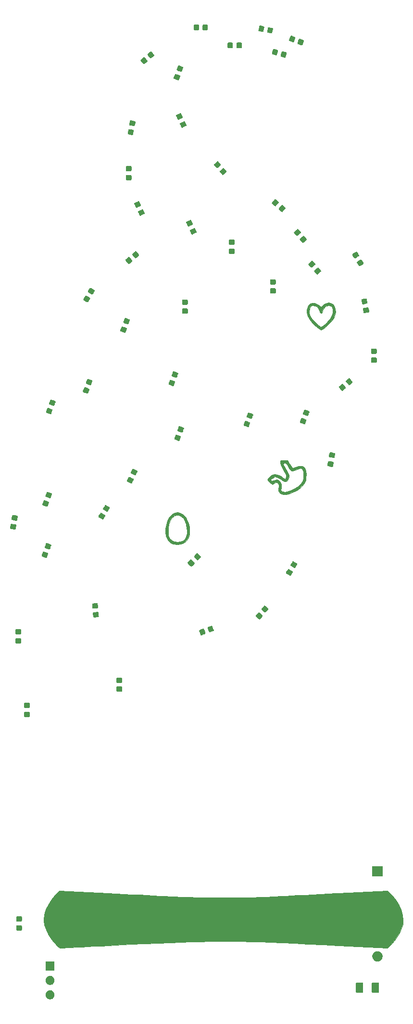
<source format=gts>
G04 #@! TF.GenerationSoftware,KiCad,Pcbnew,(5.1.5)-3*
G04 #@! TF.CreationDate,2020-02-09T18:17:14-06:00*
G04 #@! TF.ProjectId,tymkrs_Cyphercon_2020_parrot,74796d6b-7273-45f4-9379-70686572636f,V0*
G04 #@! TF.SameCoordinates,Original*
G04 #@! TF.FileFunction,Soldermask,Top*
G04 #@! TF.FilePolarity,Negative*
%FSLAX46Y46*%
G04 Gerber Fmt 4.6, Leading zero omitted, Abs format (unit mm)*
G04 Created by KiCad (PCBNEW (5.1.5)-3) date 2020-02-09 18:17:14*
%MOMM*%
%LPD*%
G04 APERTURE LIST*
%ADD10C,0.010000*%
%ADD11C,0.100000*%
G04 APERTURE END LIST*
D10*
G36*
X145995399Y-73189740D02*
G01*
X146340007Y-73434929D01*
X146592357Y-73803426D01*
X146739969Y-74262715D01*
X146770363Y-74780281D01*
X146671057Y-75323609D01*
X146546822Y-75642571D01*
X146364142Y-75941828D01*
X146084206Y-76299383D01*
X145739662Y-76683585D01*
X145363160Y-77062781D01*
X144987351Y-77405320D01*
X144644883Y-77679549D01*
X144368408Y-77853818D01*
X144218225Y-77900000D01*
X144095786Y-77841058D01*
X143863985Y-77684548D01*
X143567101Y-77460939D01*
X143482053Y-77393434D01*
X142743272Y-76728328D01*
X142200719Y-76076759D01*
X141855312Y-75440122D01*
X141707965Y-74819812D01*
X141702196Y-74681509D01*
X141716984Y-74555082D01*
X142139356Y-74555082D01*
X142147799Y-74902173D01*
X142153696Y-74933367D01*
X142337858Y-75439149D01*
X142690740Y-75976731D01*
X143221645Y-76559485D01*
X143409392Y-76738062D01*
X143723186Y-77021067D01*
X143985483Y-77243688D01*
X144160358Y-77376164D01*
X144208427Y-77400000D01*
X144323158Y-77341035D01*
X144542968Y-77186481D01*
X144819115Y-76970721D01*
X145397060Y-76439153D01*
X145845250Y-75900038D01*
X146144797Y-75380113D01*
X146276689Y-74907416D01*
X146284263Y-74347141D01*
X146180413Y-73948119D01*
X145960767Y-73702665D01*
X145620952Y-73603094D01*
X145532857Y-73600000D01*
X145213720Y-73678534D01*
X144898281Y-73879656D01*
X144644118Y-74151646D01*
X144508810Y-74442783D01*
X144500000Y-74527755D01*
X144450430Y-74767724D01*
X144331641Y-74915353D01*
X144188512Y-74928959D01*
X144124815Y-74876233D01*
X144032980Y-74693048D01*
X143954495Y-74429105D01*
X143954195Y-74427703D01*
X143787026Y-74062545D01*
X143492853Y-73788319D01*
X143125017Y-73631597D01*
X142736860Y-73618951D01*
X142496822Y-73701700D01*
X142333921Y-73882862D01*
X142208082Y-74191317D01*
X142139356Y-74555082D01*
X141716984Y-74555082D01*
X141771177Y-74091773D01*
X141967736Y-73628954D01*
X142267170Y-73305563D01*
X142644776Y-73134109D01*
X143075851Y-73127104D01*
X143535692Y-73297057D01*
X143904669Y-73566115D01*
X144130726Y-73763577D01*
X144258464Y-73838745D01*
X144336183Y-73805353D01*
X144396774Y-73706027D01*
X144586795Y-73502175D01*
X144896814Y-73306641D01*
X145249348Y-73159389D01*
X145566915Y-73100382D01*
X145571016Y-73100373D01*
X145995399Y-73189740D01*
G37*
X145995399Y-73189740D02*
X146340007Y-73434929D01*
X146592357Y-73803426D01*
X146739969Y-74262715D01*
X146770363Y-74780281D01*
X146671057Y-75323609D01*
X146546822Y-75642571D01*
X146364142Y-75941828D01*
X146084206Y-76299383D01*
X145739662Y-76683585D01*
X145363160Y-77062781D01*
X144987351Y-77405320D01*
X144644883Y-77679549D01*
X144368408Y-77853818D01*
X144218225Y-77900000D01*
X144095786Y-77841058D01*
X143863985Y-77684548D01*
X143567101Y-77460939D01*
X143482053Y-77393434D01*
X142743272Y-76728328D01*
X142200719Y-76076759D01*
X141855312Y-75440122D01*
X141707965Y-74819812D01*
X141702196Y-74681509D01*
X141716984Y-74555082D01*
X142139356Y-74555082D01*
X142147799Y-74902173D01*
X142153696Y-74933367D01*
X142337858Y-75439149D01*
X142690740Y-75976731D01*
X143221645Y-76559485D01*
X143409392Y-76738062D01*
X143723186Y-77021067D01*
X143985483Y-77243688D01*
X144160358Y-77376164D01*
X144208427Y-77400000D01*
X144323158Y-77341035D01*
X144542968Y-77186481D01*
X144819115Y-76970721D01*
X145397060Y-76439153D01*
X145845250Y-75900038D01*
X146144797Y-75380113D01*
X146276689Y-74907416D01*
X146284263Y-74347141D01*
X146180413Y-73948119D01*
X145960767Y-73702665D01*
X145620952Y-73603094D01*
X145532857Y-73600000D01*
X145213720Y-73678534D01*
X144898281Y-73879656D01*
X144644118Y-74151646D01*
X144508810Y-74442783D01*
X144500000Y-74527755D01*
X144450430Y-74767724D01*
X144331641Y-74915353D01*
X144188512Y-74928959D01*
X144124815Y-74876233D01*
X144032980Y-74693048D01*
X143954495Y-74429105D01*
X143954195Y-74427703D01*
X143787026Y-74062545D01*
X143492853Y-73788319D01*
X143125017Y-73631597D01*
X142736860Y-73618951D01*
X142496822Y-73701700D01*
X142333921Y-73882862D01*
X142208082Y-74191317D01*
X142139356Y-74555082D01*
X141716984Y-74555082D01*
X141771177Y-74091773D01*
X141967736Y-73628954D01*
X142267170Y-73305563D01*
X142644776Y-73134109D01*
X143075851Y-73127104D01*
X143535692Y-73297057D01*
X143904669Y-73566115D01*
X144130726Y-73763577D01*
X144258464Y-73838745D01*
X144336183Y-73805353D01*
X144396774Y-73706027D01*
X144586795Y-73502175D01*
X144896814Y-73306641D01*
X145249348Y-73159389D01*
X145566915Y-73100382D01*
X145571016Y-73100373D01*
X145995399Y-73189740D01*
G36*
X137718778Y-100820194D02*
G01*
X138340146Y-100850000D01*
X138702385Y-101477312D01*
X138893890Y-101799842D01*
X139056124Y-102056827D01*
X139155754Y-102195595D01*
X139159250Y-102199250D01*
X139308687Y-102215649D01*
X139597758Y-102127990D01*
X139797147Y-102042176D01*
X140350682Y-101849087D01*
X140811322Y-101823343D01*
X141172076Y-101964537D01*
X141339568Y-102131750D01*
X141466307Y-102415534D01*
X141553036Y-102835695D01*
X141595691Y-103331868D01*
X141590210Y-103843685D01*
X141532530Y-104310782D01*
X141496448Y-104462684D01*
X141248441Y-104996878D01*
X140820558Y-105507070D01*
X140232768Y-105977035D01*
X139505044Y-106390550D01*
X138736874Y-106704515D01*
X138116604Y-106870960D01*
X137618594Y-106895930D01*
X137222505Y-106778184D01*
X136982048Y-106597433D01*
X136789336Y-106376286D01*
X136719251Y-106174882D01*
X136737090Y-105889490D01*
X136739486Y-105872433D01*
X136788632Y-105470072D01*
X136791747Y-105208612D01*
X136741682Y-105032770D01*
X136631285Y-104887263D01*
X136609150Y-104864705D01*
X136442419Y-104748064D01*
X136254746Y-104747416D01*
X135999772Y-104871535D01*
X135777609Y-105022116D01*
X135657319Y-105073724D01*
X135521511Y-105029531D01*
X135322492Y-104867178D01*
X135202609Y-104752547D01*
X134981337Y-104518241D01*
X134835102Y-104328429D01*
X134800000Y-104249321D01*
X134805567Y-104238640D01*
X135403326Y-104238640D01*
X135419321Y-104383498D01*
X135580490Y-104451085D01*
X135876796Y-104406146D01*
X135991336Y-104365134D01*
X136407842Y-104266257D01*
X136741278Y-104344342D01*
X137010328Y-104604171D01*
X137028004Y-104630464D01*
X137237651Y-105086873D01*
X137255624Y-105517029D01*
X137202954Y-105692868D01*
X137132234Y-106021969D01*
X137220718Y-106254697D01*
X137451326Y-106389146D01*
X137806979Y-106423409D01*
X138270596Y-106355582D01*
X138825098Y-106183757D01*
X139391003Y-105937022D01*
X140095374Y-105530158D01*
X140611921Y-105089433D01*
X140951530Y-104603643D01*
X141103097Y-104175219D01*
X141171790Y-103679282D01*
X141167624Y-103186774D01*
X141096987Y-102752875D01*
X140966269Y-102432767D01*
X140890794Y-102341669D01*
X140768020Y-102245582D01*
X140646103Y-102220407D01*
X140463692Y-102270757D01*
X140171724Y-102395769D01*
X139805849Y-102537546D01*
X139447300Y-102642799D01*
X139284989Y-102673783D01*
X139101611Y-102689059D01*
X138967588Y-102658271D01*
X138844584Y-102548750D01*
X138694264Y-102327827D01*
X138505578Y-102009550D01*
X138280210Y-101643372D01*
X138110601Y-101424991D01*
X137966346Y-101321718D01*
X137845588Y-101300000D01*
X137660849Y-101345882D01*
X137609046Y-101492874D01*
X137691752Y-101754994D01*
X137910544Y-102146259D01*
X137947207Y-102204423D01*
X138255324Y-102711187D01*
X138453108Y-103099443D01*
X138555270Y-103406773D01*
X138576525Y-103670757D01*
X138564370Y-103780818D01*
X138434463Y-104231761D01*
X138224383Y-104500092D01*
X137939933Y-104583775D01*
X137586915Y-104480774D01*
X137238470Y-104245903D01*
X136817719Y-103937354D01*
X136472474Y-103778444D01*
X136160242Y-103757331D01*
X135847001Y-103858125D01*
X135542540Y-104051765D01*
X135403326Y-104238640D01*
X134805567Y-104238640D01*
X134872221Y-104110780D01*
X135054278Y-103904657D01*
X135294257Y-103681006D01*
X135540247Y-103489880D01*
X135668425Y-103411999D01*
X136096007Y-103300601D01*
X136580538Y-103357580D01*
X137086694Y-103573868D01*
X137520216Y-103887263D01*
X137743593Y-104069757D01*
X137877772Y-104127666D01*
X137974703Y-104078102D01*
X138003063Y-104046309D01*
X138116604Y-103758267D01*
X138069485Y-103380082D01*
X137866070Y-102934599D01*
X137758537Y-102766686D01*
X137548445Y-102416732D01*
X137351471Y-102013469D01*
X137187269Y-101607783D01*
X137075491Y-101250557D01*
X137035791Y-100992678D01*
X137046487Y-100923093D01*
X137148930Y-100845649D01*
X137396759Y-100814572D01*
X137718778Y-100820194D01*
G37*
X137718778Y-100820194D02*
X138340146Y-100850000D01*
X138702385Y-101477312D01*
X138893890Y-101799842D01*
X139056124Y-102056827D01*
X139155754Y-102195595D01*
X139159250Y-102199250D01*
X139308687Y-102215649D01*
X139597758Y-102127990D01*
X139797147Y-102042176D01*
X140350682Y-101849087D01*
X140811322Y-101823343D01*
X141172076Y-101964537D01*
X141339568Y-102131750D01*
X141466307Y-102415534D01*
X141553036Y-102835695D01*
X141595691Y-103331868D01*
X141590210Y-103843685D01*
X141532530Y-104310782D01*
X141496448Y-104462684D01*
X141248441Y-104996878D01*
X140820558Y-105507070D01*
X140232768Y-105977035D01*
X139505044Y-106390550D01*
X138736874Y-106704515D01*
X138116604Y-106870960D01*
X137618594Y-106895930D01*
X137222505Y-106778184D01*
X136982048Y-106597433D01*
X136789336Y-106376286D01*
X136719251Y-106174882D01*
X136737090Y-105889490D01*
X136739486Y-105872433D01*
X136788632Y-105470072D01*
X136791747Y-105208612D01*
X136741682Y-105032770D01*
X136631285Y-104887263D01*
X136609150Y-104864705D01*
X136442419Y-104748064D01*
X136254746Y-104747416D01*
X135999772Y-104871535D01*
X135777609Y-105022116D01*
X135657319Y-105073724D01*
X135521511Y-105029531D01*
X135322492Y-104867178D01*
X135202609Y-104752547D01*
X134981337Y-104518241D01*
X134835102Y-104328429D01*
X134800000Y-104249321D01*
X134805567Y-104238640D01*
X135403326Y-104238640D01*
X135419321Y-104383498D01*
X135580490Y-104451085D01*
X135876796Y-104406146D01*
X135991336Y-104365134D01*
X136407842Y-104266257D01*
X136741278Y-104344342D01*
X137010328Y-104604171D01*
X137028004Y-104630464D01*
X137237651Y-105086873D01*
X137255624Y-105517029D01*
X137202954Y-105692868D01*
X137132234Y-106021969D01*
X137220718Y-106254697D01*
X137451326Y-106389146D01*
X137806979Y-106423409D01*
X138270596Y-106355582D01*
X138825098Y-106183757D01*
X139391003Y-105937022D01*
X140095374Y-105530158D01*
X140611921Y-105089433D01*
X140951530Y-104603643D01*
X141103097Y-104175219D01*
X141171790Y-103679282D01*
X141167624Y-103186774D01*
X141096987Y-102752875D01*
X140966269Y-102432767D01*
X140890794Y-102341669D01*
X140768020Y-102245582D01*
X140646103Y-102220407D01*
X140463692Y-102270757D01*
X140171724Y-102395769D01*
X139805849Y-102537546D01*
X139447300Y-102642799D01*
X139284989Y-102673783D01*
X139101611Y-102689059D01*
X138967588Y-102658271D01*
X138844584Y-102548750D01*
X138694264Y-102327827D01*
X138505578Y-102009550D01*
X138280210Y-101643372D01*
X138110601Y-101424991D01*
X137966346Y-101321718D01*
X137845588Y-101300000D01*
X137660849Y-101345882D01*
X137609046Y-101492874D01*
X137691752Y-101754994D01*
X137910544Y-102146259D01*
X137947207Y-102204423D01*
X138255324Y-102711187D01*
X138453108Y-103099443D01*
X138555270Y-103406773D01*
X138576525Y-103670757D01*
X138564370Y-103780818D01*
X138434463Y-104231761D01*
X138224383Y-104500092D01*
X137939933Y-104583775D01*
X137586915Y-104480774D01*
X137238470Y-104245903D01*
X136817719Y-103937354D01*
X136472474Y-103778444D01*
X136160242Y-103757331D01*
X135847001Y-103858125D01*
X135542540Y-104051765D01*
X135403326Y-104238640D01*
X134805567Y-104238640D01*
X134872221Y-104110780D01*
X135054278Y-103904657D01*
X135294257Y-103681006D01*
X135540247Y-103489880D01*
X135668425Y-103411999D01*
X136096007Y-103300601D01*
X136580538Y-103357580D01*
X137086694Y-103573868D01*
X137520216Y-103887263D01*
X137743593Y-104069757D01*
X137877772Y-104127666D01*
X137974703Y-104078102D01*
X138003063Y-104046309D01*
X138116604Y-103758267D01*
X138069485Y-103380082D01*
X137866070Y-102934599D01*
X137758537Y-102766686D01*
X137548445Y-102416732D01*
X137351471Y-102013469D01*
X137187269Y-101607783D01*
X137075491Y-101250557D01*
X137035791Y-100992678D01*
X137046487Y-100923093D01*
X137148930Y-100845649D01*
X137396759Y-100814572D01*
X137718778Y-100820194D01*
G36*
X119506867Y-110122420D02*
G01*
X119969438Y-110403651D01*
X120373491Y-110848309D01*
X120588784Y-111216020D01*
X120861743Y-111904895D01*
X121033854Y-112623847D01*
X121100315Y-113324560D01*
X121056320Y-113958724D01*
X120910413Y-114450000D01*
X120560297Y-114985861D01*
X120088858Y-115380196D01*
X119527781Y-115620272D01*
X118908751Y-115693361D01*
X118263452Y-115586734D01*
X118163726Y-115553518D01*
X117717681Y-115315503D01*
X117313315Y-114961862D01*
X117050751Y-114598682D01*
X116893696Y-114123560D01*
X116834395Y-113529283D01*
X116851285Y-113170347D01*
X117311609Y-113170347D01*
X117312561Y-113707848D01*
X117369468Y-114143887D01*
X117395149Y-114235303D01*
X117626726Y-114640411D01*
X117995203Y-114949049D01*
X118455843Y-115148451D01*
X118963902Y-115225850D01*
X119474641Y-115168479D01*
X119943320Y-114963571D01*
X119944528Y-114962780D01*
X120278550Y-114665929D01*
X120494813Y-114276833D01*
X120600649Y-113770556D01*
X120603393Y-113122158D01*
X120576780Y-112812815D01*
X120441042Y-112071307D01*
X120216629Y-111460415D01*
X119921729Y-110987254D01*
X119574534Y-110658936D01*
X119193234Y-110482576D01*
X118796019Y-110465287D01*
X118401079Y-110614183D01*
X118026605Y-110936377D01*
X117690786Y-111438982D01*
X117591641Y-111645438D01*
X117456432Y-112069504D01*
X117361327Y-112601020D01*
X117311609Y-113170347D01*
X116851285Y-113170347D01*
X116865566Y-112866892D01*
X116979927Y-112187431D01*
X117170195Y-111541941D01*
X117429090Y-110981466D01*
X117604068Y-110720250D01*
X118034379Y-110303532D01*
X118512704Y-110067937D01*
X119012412Y-110009040D01*
X119506867Y-110122420D01*
G37*
X119506867Y-110122420D02*
X119969438Y-110403651D01*
X120373491Y-110848309D01*
X120588784Y-111216020D01*
X120861743Y-111904895D01*
X121033854Y-112623847D01*
X121100315Y-113324560D01*
X121056320Y-113958724D01*
X120910413Y-114450000D01*
X120560297Y-114985861D01*
X120088858Y-115380196D01*
X119527781Y-115620272D01*
X118908751Y-115693361D01*
X118263452Y-115586734D01*
X118163726Y-115553518D01*
X117717681Y-115315503D01*
X117313315Y-114961862D01*
X117050751Y-114598682D01*
X116893696Y-114123560D01*
X116834395Y-113529283D01*
X116851285Y-113170347D01*
X117311609Y-113170347D01*
X117312561Y-113707848D01*
X117369468Y-114143887D01*
X117395149Y-114235303D01*
X117626726Y-114640411D01*
X117995203Y-114949049D01*
X118455843Y-115148451D01*
X118963902Y-115225850D01*
X119474641Y-115168479D01*
X119943320Y-114963571D01*
X119944528Y-114962780D01*
X120278550Y-114665929D01*
X120494813Y-114276833D01*
X120600649Y-113770556D01*
X120603393Y-113122158D01*
X120576780Y-112812815D01*
X120441042Y-112071307D01*
X120216629Y-111460415D01*
X119921729Y-110987254D01*
X119574534Y-110658936D01*
X119193234Y-110482576D01*
X118796019Y-110465287D01*
X118401079Y-110614183D01*
X118026605Y-110936377D01*
X117690786Y-111438982D01*
X117591641Y-111645438D01*
X117456432Y-112069504D01*
X117361327Y-112601020D01*
X117311609Y-113170347D01*
X116851285Y-113170347D01*
X116865566Y-112866892D01*
X116979927Y-112187431D01*
X117170195Y-111541941D01*
X117429090Y-110981466D01*
X117604068Y-110720250D01*
X118034379Y-110303532D01*
X118512704Y-110067937D01*
X119012412Y-110009040D01*
X119506867Y-110122420D01*
G36*
X106750000Y-177042815D02*
G01*
X108133435Y-177115609D01*
X109524670Y-177188749D01*
X110901489Y-177261072D01*
X112241679Y-177331412D01*
X113523023Y-177398606D01*
X114723307Y-177461489D01*
X115820317Y-177518898D01*
X116791837Y-177569668D01*
X117615652Y-177612634D01*
X118269547Y-177646633D01*
X118450000Y-177655984D01*
X119619331Y-177706885D01*
X120954387Y-177748303D01*
X122421117Y-177780236D01*
X123985471Y-177802685D01*
X125613398Y-177815650D01*
X127270849Y-177819131D01*
X128923773Y-177813128D01*
X130538118Y-177797641D01*
X132079836Y-177772670D01*
X133514876Y-177738215D01*
X134809187Y-177694276D01*
X135650000Y-177655984D01*
X136240765Y-177625323D01*
X137009039Y-177585314D01*
X137932607Y-177537120D01*
X138989253Y-177481903D01*
X140156763Y-177420826D01*
X141412920Y-177355052D01*
X142735511Y-177285744D01*
X144102321Y-177214064D01*
X145491133Y-177141177D01*
X146879734Y-177068244D01*
X147350000Y-177043531D01*
X155950000Y-176591520D01*
X156518085Y-177191064D01*
X157279653Y-178090326D01*
X157883695Y-179007672D01*
X158324722Y-179927251D01*
X158597245Y-180833210D01*
X158695777Y-181709698D01*
X158614827Y-182540864D01*
X158506018Y-182932507D01*
X158021063Y-184068461D01*
X157388798Y-185103278D01*
X156702109Y-185928433D01*
X155950000Y-186706867D01*
X147350000Y-186255955D01*
X144587497Y-186113792D01*
X142017333Y-185987145D01*
X139632470Y-185875752D01*
X137425871Y-185779350D01*
X135390497Y-185697677D01*
X133519310Y-185630472D01*
X131805274Y-185577472D01*
X130241350Y-185538416D01*
X128820500Y-185513040D01*
X127535687Y-185501084D01*
X127049999Y-185500000D01*
X125826186Y-185506510D01*
X124469242Y-185526217D01*
X122972140Y-185559380D01*
X121327851Y-185606261D01*
X119529348Y-185667120D01*
X117569603Y-185742219D01*
X115441587Y-185831817D01*
X113138274Y-185936176D01*
X110652635Y-186055556D01*
X107977642Y-186190219D01*
X106774462Y-186252521D01*
X105483984Y-186319840D01*
X104251669Y-186384087D01*
X103092018Y-186444509D01*
X102019533Y-186500351D01*
X101048714Y-186550860D01*
X100194062Y-186595282D01*
X99470079Y-186632863D01*
X98891264Y-186662849D01*
X98472120Y-186684488D01*
X98227146Y-186697024D01*
X98166362Y-186700000D01*
X98087823Y-186632793D01*
X97902002Y-186451553D01*
X97639786Y-186186846D01*
X97433825Y-185975000D01*
X96778273Y-185204059D01*
X96230840Y-184373129D01*
X95808342Y-183517523D01*
X95527599Y-182672557D01*
X95405427Y-181873545D01*
X95401500Y-181707484D01*
X95497296Y-180836784D01*
X95774056Y-179928361D01*
X96221622Y-179003424D01*
X96829837Y-178083179D01*
X97542474Y-177237630D01*
X98150000Y-176590089D01*
X106750000Y-177042815D01*
G37*
X106750000Y-177042815D02*
X108133435Y-177115609D01*
X109524670Y-177188749D01*
X110901489Y-177261072D01*
X112241679Y-177331412D01*
X113523023Y-177398606D01*
X114723307Y-177461489D01*
X115820317Y-177518898D01*
X116791837Y-177569668D01*
X117615652Y-177612634D01*
X118269547Y-177646633D01*
X118450000Y-177655984D01*
X119619331Y-177706885D01*
X120954387Y-177748303D01*
X122421117Y-177780236D01*
X123985471Y-177802685D01*
X125613398Y-177815650D01*
X127270849Y-177819131D01*
X128923773Y-177813128D01*
X130538118Y-177797641D01*
X132079836Y-177772670D01*
X133514876Y-177738215D01*
X134809187Y-177694276D01*
X135650000Y-177655984D01*
X136240765Y-177625323D01*
X137009039Y-177585314D01*
X137932607Y-177537120D01*
X138989253Y-177481903D01*
X140156763Y-177420826D01*
X141412920Y-177355052D01*
X142735511Y-177285744D01*
X144102321Y-177214064D01*
X145491133Y-177141177D01*
X146879734Y-177068244D01*
X147350000Y-177043531D01*
X155950000Y-176591520D01*
X156518085Y-177191064D01*
X157279653Y-178090326D01*
X157883695Y-179007672D01*
X158324722Y-179927251D01*
X158597245Y-180833210D01*
X158695777Y-181709698D01*
X158614827Y-182540864D01*
X158506018Y-182932507D01*
X158021063Y-184068461D01*
X157388798Y-185103278D01*
X156702109Y-185928433D01*
X155950000Y-186706867D01*
X147350000Y-186255955D01*
X144587497Y-186113792D01*
X142017333Y-185987145D01*
X139632470Y-185875752D01*
X137425871Y-185779350D01*
X135390497Y-185697677D01*
X133519310Y-185630472D01*
X131805274Y-185577472D01*
X130241350Y-185538416D01*
X128820500Y-185513040D01*
X127535687Y-185501084D01*
X127049999Y-185500000D01*
X125826186Y-185506510D01*
X124469242Y-185526217D01*
X122972140Y-185559380D01*
X121327851Y-185606261D01*
X119529348Y-185667120D01*
X117569603Y-185742219D01*
X115441587Y-185831817D01*
X113138274Y-185936176D01*
X110652635Y-186055556D01*
X107977642Y-186190219D01*
X106774462Y-186252521D01*
X105483984Y-186319840D01*
X104251669Y-186384087D01*
X103092018Y-186444509D01*
X102019533Y-186500351D01*
X101048714Y-186550860D01*
X100194062Y-186595282D01*
X99470079Y-186632863D01*
X98891264Y-186662849D01*
X98472120Y-186684488D01*
X98227146Y-186697024D01*
X98166362Y-186700000D01*
X98087823Y-186632793D01*
X97902002Y-186451553D01*
X97639786Y-186186846D01*
X97433825Y-185975000D01*
X96778273Y-185204059D01*
X96230840Y-184373129D01*
X95808342Y-183517523D01*
X95527599Y-182672557D01*
X95405427Y-181873545D01*
X95401500Y-181707484D01*
X95497296Y-180836784D01*
X95774056Y-179928361D01*
X96221622Y-179003424D01*
X96829837Y-178083179D01*
X97542474Y-177237630D01*
X98150000Y-176590089D01*
X106750000Y-177042815D01*
D11*
G36*
X96749676Y-194187859D02*
G01*
X96892973Y-194247214D01*
X97021938Y-194333386D01*
X97131614Y-194443062D01*
X97217786Y-194572027D01*
X97277141Y-194715324D01*
X97307400Y-194867447D01*
X97307400Y-195022553D01*
X97277141Y-195174676D01*
X97217786Y-195317973D01*
X97131614Y-195446938D01*
X97021938Y-195556614D01*
X96892973Y-195642786D01*
X96749676Y-195702141D01*
X96597553Y-195732400D01*
X96442447Y-195732400D01*
X96290324Y-195702141D01*
X96147027Y-195642786D01*
X96018062Y-195556614D01*
X95908386Y-195446938D01*
X95822214Y-195317973D01*
X95762859Y-195174676D01*
X95732600Y-195022553D01*
X95732600Y-194867447D01*
X95762859Y-194715324D01*
X95822214Y-194572027D01*
X95908386Y-194443062D01*
X96018062Y-194333386D01*
X96147027Y-194247214D01*
X96290324Y-194187859D01*
X96442447Y-194157600D01*
X96597553Y-194157600D01*
X96749676Y-194187859D01*
G37*
G36*
X154301245Y-192778751D02*
G01*
X154335866Y-192789253D01*
X154367774Y-192806308D01*
X154395741Y-192829259D01*
X154418692Y-192857226D01*
X154435747Y-192889134D01*
X154446249Y-192923755D01*
X154450400Y-192965901D01*
X154450400Y-194384099D01*
X154446249Y-194426245D01*
X154435747Y-194460866D01*
X154418692Y-194492774D01*
X154395741Y-194520741D01*
X154367774Y-194543692D01*
X154335866Y-194560747D01*
X154301245Y-194571249D01*
X154259099Y-194575400D01*
X153340901Y-194575400D01*
X153298755Y-194571249D01*
X153264134Y-194560747D01*
X153232226Y-194543692D01*
X153204259Y-194520741D01*
X153181308Y-194492774D01*
X153164253Y-194460866D01*
X153153751Y-194426245D01*
X153149600Y-194384099D01*
X153149600Y-192965901D01*
X153153751Y-192923755D01*
X153164253Y-192889134D01*
X153181308Y-192857226D01*
X153204259Y-192829259D01*
X153232226Y-192806308D01*
X153264134Y-192789253D01*
X153298755Y-192778751D01*
X153340901Y-192774600D01*
X154259099Y-192774600D01*
X154301245Y-192778751D01*
G37*
G36*
X151501245Y-192778751D02*
G01*
X151535866Y-192789253D01*
X151567774Y-192806308D01*
X151595741Y-192829259D01*
X151618692Y-192857226D01*
X151635747Y-192889134D01*
X151646249Y-192923755D01*
X151650400Y-192965901D01*
X151650400Y-194384099D01*
X151646249Y-194426245D01*
X151635747Y-194460866D01*
X151618692Y-194492774D01*
X151595741Y-194520741D01*
X151567774Y-194543692D01*
X151535866Y-194560747D01*
X151501245Y-194571249D01*
X151459099Y-194575400D01*
X150540901Y-194575400D01*
X150498755Y-194571249D01*
X150464134Y-194560747D01*
X150432226Y-194543692D01*
X150404259Y-194520741D01*
X150381308Y-194492774D01*
X150364253Y-194460866D01*
X150353751Y-194426245D01*
X150349600Y-194384099D01*
X150349600Y-192965901D01*
X150353751Y-192923755D01*
X150364253Y-192889134D01*
X150381308Y-192857226D01*
X150404259Y-192829259D01*
X150432226Y-192806308D01*
X150464134Y-192789253D01*
X150498755Y-192778751D01*
X150540901Y-192774600D01*
X151459099Y-192774600D01*
X151501245Y-192778751D01*
G37*
G36*
X96749676Y-191647859D02*
G01*
X96892973Y-191707214D01*
X97021938Y-191793386D01*
X97131614Y-191903062D01*
X97217786Y-192032027D01*
X97277141Y-192175324D01*
X97307400Y-192327447D01*
X97307400Y-192482553D01*
X97277141Y-192634676D01*
X97217786Y-192777973D01*
X97131614Y-192906938D01*
X97021938Y-193016614D01*
X96892973Y-193102786D01*
X96749676Y-193162141D01*
X96597553Y-193192400D01*
X96442447Y-193192400D01*
X96290324Y-193162141D01*
X96147027Y-193102786D01*
X96018062Y-193016614D01*
X95908386Y-192906938D01*
X95822214Y-192777973D01*
X95762859Y-192634676D01*
X95732600Y-192482553D01*
X95732600Y-192327447D01*
X95762859Y-192175324D01*
X95822214Y-192032027D01*
X95908386Y-191903062D01*
X96018062Y-191793386D01*
X96147027Y-191707214D01*
X96290324Y-191647859D01*
X96442447Y-191617600D01*
X96597553Y-191617600D01*
X96749676Y-191647859D01*
G37*
G36*
X97307400Y-190652400D02*
G01*
X95732600Y-190652400D01*
X95732600Y-189077600D01*
X97307400Y-189077600D01*
X97307400Y-190652400D01*
G37*
G36*
X154444721Y-187283940D02*
G01*
X154542201Y-187324318D01*
X154611130Y-187352869D01*
X154611131Y-187352870D01*
X154760896Y-187452939D01*
X154888261Y-187580304D01*
X154955125Y-187680374D01*
X154988331Y-187730070D01*
X155016882Y-187798999D01*
X155057260Y-187896479D01*
X155092400Y-188073139D01*
X155092400Y-188253261D01*
X155057260Y-188429921D01*
X155016882Y-188527401D01*
X154988331Y-188596330D01*
X154988330Y-188596331D01*
X154888261Y-188746096D01*
X154760896Y-188873461D01*
X154660826Y-188940325D01*
X154611130Y-188973531D01*
X154542201Y-189002082D01*
X154444721Y-189042460D01*
X154268061Y-189077600D01*
X154087939Y-189077600D01*
X153911279Y-189042460D01*
X153813799Y-189002082D01*
X153744870Y-188973531D01*
X153695174Y-188940325D01*
X153595104Y-188873461D01*
X153467739Y-188746096D01*
X153367670Y-188596331D01*
X153367669Y-188596330D01*
X153339118Y-188527401D01*
X153298740Y-188429921D01*
X153263600Y-188253261D01*
X153263600Y-188073139D01*
X153298740Y-187896479D01*
X153339118Y-187798999D01*
X153367669Y-187730070D01*
X153400875Y-187680374D01*
X153467739Y-187580304D01*
X153595104Y-187452939D01*
X153744869Y-187352870D01*
X153744870Y-187352869D01*
X153813799Y-187324318D01*
X153911279Y-187283940D01*
X154087939Y-187248800D01*
X154268061Y-187248800D01*
X154444721Y-187283940D01*
G37*
G36*
X91423292Y-182700440D02*
G01*
X91454872Y-182710020D01*
X91483978Y-182725578D01*
X91509488Y-182746513D01*
X91530423Y-182772023D01*
X91545981Y-182801129D01*
X91555561Y-182832709D01*
X91559400Y-182871691D01*
X91559400Y-183447311D01*
X91555561Y-183486293D01*
X91545981Y-183517873D01*
X91530423Y-183546979D01*
X91509488Y-183572489D01*
X91483978Y-183593424D01*
X91454872Y-183608982D01*
X91423292Y-183618562D01*
X91384310Y-183622401D01*
X90733690Y-183622401D01*
X90694708Y-183618562D01*
X90663128Y-183608982D01*
X90634022Y-183593424D01*
X90608512Y-183572489D01*
X90587577Y-183546979D01*
X90572019Y-183517873D01*
X90562439Y-183486293D01*
X90558600Y-183447311D01*
X90558600Y-182871691D01*
X90562439Y-182832709D01*
X90572019Y-182801129D01*
X90587577Y-182772023D01*
X90608512Y-182746513D01*
X90634022Y-182725578D01*
X90663128Y-182710020D01*
X90694708Y-182700440D01*
X90733690Y-182696601D01*
X91384310Y-182696601D01*
X91423292Y-182700440D01*
G37*
G36*
X91423292Y-181125438D02*
G01*
X91454872Y-181135018D01*
X91483978Y-181150576D01*
X91509488Y-181171511D01*
X91530423Y-181197021D01*
X91545981Y-181226127D01*
X91555561Y-181257707D01*
X91559400Y-181296689D01*
X91559400Y-181872309D01*
X91555561Y-181911291D01*
X91545981Y-181942871D01*
X91530423Y-181971977D01*
X91509488Y-181997487D01*
X91483978Y-182018422D01*
X91454872Y-182033980D01*
X91423292Y-182043560D01*
X91384310Y-182047399D01*
X90733690Y-182047399D01*
X90694708Y-182043560D01*
X90663128Y-182033980D01*
X90634022Y-182018422D01*
X90608512Y-181997487D01*
X90587577Y-181971977D01*
X90572019Y-181942871D01*
X90562439Y-181911291D01*
X90558600Y-181872309D01*
X90558600Y-181296689D01*
X90562439Y-181257707D01*
X90572019Y-181226127D01*
X90587577Y-181197021D01*
X90608512Y-181171511D01*
X90634022Y-181150576D01*
X90663128Y-181135018D01*
X90694708Y-181125438D01*
X90733690Y-181121599D01*
X91384310Y-181121599D01*
X91423292Y-181125438D01*
G37*
G36*
X155092400Y-174091600D02*
G01*
X153263600Y-174091600D01*
X153263600Y-172262800D01*
X155092400Y-172262800D01*
X155092400Y-174091600D01*
G37*
G36*
X92820292Y-145108440D02*
G01*
X92851872Y-145118020D01*
X92880978Y-145133578D01*
X92906488Y-145154513D01*
X92927423Y-145180023D01*
X92942981Y-145209129D01*
X92952561Y-145240709D01*
X92956400Y-145279691D01*
X92956400Y-145855311D01*
X92952561Y-145894293D01*
X92942981Y-145925873D01*
X92927423Y-145954979D01*
X92906488Y-145980489D01*
X92880978Y-146001424D01*
X92851872Y-146016982D01*
X92820292Y-146026562D01*
X92781310Y-146030401D01*
X92130690Y-146030401D01*
X92091708Y-146026562D01*
X92060128Y-146016982D01*
X92031022Y-146001424D01*
X92005512Y-145980489D01*
X91984577Y-145954979D01*
X91969019Y-145925873D01*
X91959439Y-145894293D01*
X91955600Y-145855311D01*
X91955600Y-145279691D01*
X91959439Y-145240709D01*
X91969019Y-145209129D01*
X91984577Y-145180023D01*
X92005512Y-145154513D01*
X92031022Y-145133578D01*
X92060128Y-145118020D01*
X92091708Y-145108440D01*
X92130690Y-145104601D01*
X92781310Y-145104601D01*
X92820292Y-145108440D01*
G37*
G36*
X92820292Y-143533438D02*
G01*
X92851872Y-143543018D01*
X92880978Y-143558576D01*
X92906488Y-143579511D01*
X92927423Y-143605021D01*
X92942981Y-143634127D01*
X92952561Y-143665707D01*
X92956400Y-143704689D01*
X92956400Y-144280309D01*
X92952561Y-144319291D01*
X92942981Y-144350871D01*
X92927423Y-144379977D01*
X92906488Y-144405487D01*
X92880978Y-144426422D01*
X92851872Y-144441980D01*
X92820292Y-144451560D01*
X92781310Y-144455399D01*
X92130690Y-144455399D01*
X92091708Y-144451560D01*
X92060128Y-144441980D01*
X92031022Y-144426422D01*
X92005512Y-144405487D01*
X91984577Y-144379977D01*
X91969019Y-144350871D01*
X91959439Y-144319291D01*
X91955600Y-144280309D01*
X91955600Y-143704689D01*
X91959439Y-143665707D01*
X91969019Y-143634127D01*
X91984577Y-143605021D01*
X92005512Y-143579511D01*
X92031022Y-143558576D01*
X92060128Y-143543018D01*
X92091708Y-143533438D01*
X92130690Y-143529599D01*
X92781310Y-143529599D01*
X92820292Y-143533438D01*
G37*
G36*
X109076292Y-140663440D02*
G01*
X109107872Y-140673020D01*
X109136978Y-140688578D01*
X109162488Y-140709513D01*
X109183423Y-140735023D01*
X109198981Y-140764129D01*
X109208561Y-140795709D01*
X109212400Y-140834691D01*
X109212400Y-141410311D01*
X109208561Y-141449293D01*
X109198981Y-141480873D01*
X109183423Y-141509979D01*
X109162488Y-141535489D01*
X109136978Y-141556424D01*
X109107872Y-141571982D01*
X109076292Y-141581562D01*
X109037310Y-141585401D01*
X108386690Y-141585401D01*
X108347708Y-141581562D01*
X108316128Y-141571982D01*
X108287022Y-141556424D01*
X108261512Y-141535489D01*
X108240577Y-141509979D01*
X108225019Y-141480873D01*
X108215439Y-141449293D01*
X108211600Y-141410311D01*
X108211600Y-140834691D01*
X108215439Y-140795709D01*
X108225019Y-140764129D01*
X108240577Y-140735023D01*
X108261512Y-140709513D01*
X108287022Y-140688578D01*
X108316128Y-140673020D01*
X108347708Y-140663440D01*
X108386690Y-140659601D01*
X109037310Y-140659601D01*
X109076292Y-140663440D01*
G37*
G36*
X109076292Y-139088438D02*
G01*
X109107872Y-139098018D01*
X109136978Y-139113576D01*
X109162488Y-139134511D01*
X109183423Y-139160021D01*
X109198981Y-139189127D01*
X109208561Y-139220707D01*
X109212400Y-139259689D01*
X109212400Y-139835309D01*
X109208561Y-139874291D01*
X109198981Y-139905871D01*
X109183423Y-139934977D01*
X109162488Y-139960487D01*
X109136978Y-139981422D01*
X109107872Y-139996980D01*
X109076292Y-140006560D01*
X109037310Y-140010399D01*
X108386690Y-140010399D01*
X108347708Y-140006560D01*
X108316128Y-139996980D01*
X108287022Y-139981422D01*
X108261512Y-139960487D01*
X108240577Y-139934977D01*
X108225019Y-139905871D01*
X108215439Y-139874291D01*
X108211600Y-139835309D01*
X108211600Y-139259689D01*
X108215439Y-139220707D01*
X108225019Y-139189127D01*
X108240577Y-139160021D01*
X108261512Y-139134511D01*
X108287022Y-139113576D01*
X108316128Y-139098018D01*
X108347708Y-139088438D01*
X108386690Y-139084599D01*
X109037310Y-139084599D01*
X109076292Y-139088438D01*
G37*
G36*
X91296292Y-132154440D02*
G01*
X91327872Y-132164020D01*
X91356978Y-132179578D01*
X91382488Y-132200513D01*
X91403423Y-132226023D01*
X91418981Y-132255129D01*
X91428561Y-132286709D01*
X91432400Y-132325691D01*
X91432400Y-132901311D01*
X91428561Y-132940293D01*
X91418981Y-132971873D01*
X91403423Y-133000979D01*
X91382488Y-133026489D01*
X91356978Y-133047424D01*
X91327872Y-133062982D01*
X91296292Y-133072562D01*
X91257310Y-133076401D01*
X90606690Y-133076401D01*
X90567708Y-133072562D01*
X90536128Y-133062982D01*
X90507022Y-133047424D01*
X90481512Y-133026489D01*
X90460577Y-133000979D01*
X90445019Y-132971873D01*
X90435439Y-132940293D01*
X90431600Y-132901311D01*
X90431600Y-132325691D01*
X90435439Y-132286709D01*
X90445019Y-132255129D01*
X90460577Y-132226023D01*
X90481512Y-132200513D01*
X90507022Y-132179578D01*
X90536128Y-132164020D01*
X90567708Y-132154440D01*
X90606690Y-132150601D01*
X91257310Y-132150601D01*
X91296292Y-132154440D01*
G37*
G36*
X123541861Y-130503822D02*
G01*
X123572998Y-130514772D01*
X123601397Y-130531582D01*
X123625966Y-130553608D01*
X123645772Y-130580012D01*
X123662711Y-130615325D01*
X123681987Y-130668287D01*
X123681989Y-130668290D01*
X123839593Y-131101306D01*
X123885236Y-131226709D01*
X123894962Y-131264659D01*
X123896761Y-131297609D01*
X123892097Y-131330276D01*
X123881148Y-131361412D01*
X123864337Y-131389811D01*
X123842310Y-131414381D01*
X123815909Y-131434185D01*
X123780591Y-131451126D01*
X123727632Y-131470401D01*
X123727629Y-131470403D01*
X123560310Y-131531302D01*
X123239688Y-131647999D01*
X123201738Y-131657725D01*
X123168787Y-131659524D01*
X123136121Y-131654860D01*
X123104984Y-131643910D01*
X123076585Y-131627100D01*
X123052016Y-131605074D01*
X123032210Y-131578670D01*
X123015271Y-131543357D01*
X122989453Y-131472422D01*
X122812021Y-130984931D01*
X122812021Y-130984930D01*
X122792746Y-130931973D01*
X122783020Y-130894023D01*
X122781221Y-130861073D01*
X122785885Y-130828406D01*
X122796834Y-130797270D01*
X122813645Y-130768871D01*
X122835672Y-130744301D01*
X122862073Y-130724497D01*
X122897391Y-130707556D01*
X122950350Y-130688281D01*
X122950353Y-130688279D01*
X123259939Y-130575599D01*
X123438294Y-130510683D01*
X123476244Y-130500957D01*
X123509195Y-130499158D01*
X123541861Y-130503822D01*
G37*
G36*
X91296292Y-130579438D02*
G01*
X91327872Y-130589018D01*
X91356978Y-130604576D01*
X91382488Y-130625511D01*
X91403423Y-130651021D01*
X91418981Y-130680127D01*
X91428561Y-130711707D01*
X91432400Y-130750689D01*
X91432400Y-131326309D01*
X91428561Y-131365291D01*
X91418981Y-131396871D01*
X91403423Y-131425977D01*
X91382488Y-131451487D01*
X91356978Y-131472422D01*
X91327872Y-131487980D01*
X91296292Y-131497560D01*
X91257310Y-131501399D01*
X90606690Y-131501399D01*
X90567708Y-131497560D01*
X90536128Y-131487980D01*
X90507022Y-131472422D01*
X90481512Y-131451487D01*
X90460577Y-131425977D01*
X90445019Y-131396871D01*
X90435439Y-131365291D01*
X90431600Y-131326309D01*
X90431600Y-130750689D01*
X90435439Y-130711707D01*
X90445019Y-130680127D01*
X90460577Y-130651021D01*
X90481512Y-130625511D01*
X90507022Y-130604576D01*
X90536128Y-130589018D01*
X90567708Y-130579438D01*
X90606690Y-130575599D01*
X91257310Y-130575599D01*
X91296292Y-130579438D01*
G37*
G36*
X125021879Y-129965140D02*
G01*
X125053016Y-129976090D01*
X125081415Y-129992900D01*
X125105984Y-130014926D01*
X125125790Y-130041330D01*
X125142729Y-130076643D01*
X125162005Y-130129605D01*
X125162007Y-130129608D01*
X125338531Y-130614605D01*
X125365254Y-130688027D01*
X125374980Y-130725977D01*
X125376779Y-130758927D01*
X125372115Y-130791594D01*
X125361166Y-130822730D01*
X125344355Y-130851129D01*
X125322328Y-130875699D01*
X125295927Y-130895503D01*
X125260609Y-130912444D01*
X125207650Y-130931719D01*
X125207647Y-130931721D01*
X125040328Y-130992620D01*
X124719706Y-131109317D01*
X124681756Y-131119043D01*
X124648805Y-131120842D01*
X124616139Y-131116178D01*
X124585002Y-131105228D01*
X124556603Y-131088418D01*
X124532034Y-131066392D01*
X124512228Y-131039988D01*
X124495289Y-131004675D01*
X124468828Y-130931973D01*
X124292039Y-130446249D01*
X124292039Y-130446248D01*
X124272764Y-130393291D01*
X124263038Y-130355341D01*
X124261239Y-130322391D01*
X124265903Y-130289724D01*
X124276852Y-130258588D01*
X124293663Y-130230189D01*
X124315690Y-130205619D01*
X124342091Y-130185815D01*
X124377409Y-130168874D01*
X124430368Y-130149599D01*
X124430371Y-130149597D01*
X124727833Y-130041330D01*
X124918312Y-129972001D01*
X124956262Y-129962275D01*
X124989213Y-129960476D01*
X125021879Y-129965140D01*
G37*
G36*
X133305175Y-127632686D02*
G01*
X133337466Y-127639476D01*
X133367822Y-127652440D01*
X133400145Y-127674551D01*
X133443319Y-127710779D01*
X133443323Y-127710781D01*
X133557012Y-127806178D01*
X133898553Y-128092764D01*
X133925948Y-128120764D01*
X133943981Y-128148401D01*
X133956277Y-128179026D01*
X133962361Y-128211459D01*
X133962001Y-128244463D01*
X133955211Y-128276754D01*
X133942247Y-128307110D01*
X133920136Y-128339433D01*
X133883908Y-128382608D01*
X133883906Y-128382611D01*
X133810733Y-128469815D01*
X133550132Y-128780388D01*
X133522132Y-128807783D01*
X133494497Y-128825815D01*
X133463868Y-128838113D01*
X133431438Y-128844196D01*
X133398433Y-128843836D01*
X133366142Y-128837046D01*
X133335786Y-128824082D01*
X133303463Y-128801971D01*
X133260289Y-128765743D01*
X133260285Y-128765741D01*
X133116315Y-128644935D01*
X132805055Y-128383758D01*
X132777660Y-128355758D01*
X132759627Y-128328121D01*
X132747331Y-128297496D01*
X132741247Y-128265063D01*
X132741607Y-128232059D01*
X132748397Y-128199768D01*
X132761361Y-128169412D01*
X132783472Y-128137089D01*
X132819700Y-128093914D01*
X132819702Y-128093911D01*
X132921836Y-127972192D01*
X133153476Y-127696134D01*
X133181476Y-127668739D01*
X133209111Y-127650707D01*
X133239740Y-127638409D01*
X133272170Y-127632326D01*
X133305175Y-127632686D01*
G37*
G36*
X104912532Y-127549441D02*
G01*
X104944824Y-127556231D01*
X104975180Y-127569195D01*
X105002412Y-127587823D01*
X105025494Y-127611415D01*
X105043527Y-127639051D01*
X105055824Y-127669679D01*
X105063046Y-127708179D01*
X105067958Y-127764321D01*
X105067958Y-127764322D01*
X105103721Y-128173085D01*
X105113214Y-128281598D01*
X105112787Y-128320777D01*
X105105997Y-128353068D01*
X105093033Y-128383424D01*
X105074404Y-128410657D01*
X105050813Y-128433739D01*
X105023178Y-128451771D01*
X104992549Y-128464069D01*
X104954051Y-128471290D01*
X104897906Y-128476202D01*
X104362053Y-128523083D01*
X104362050Y-128523083D01*
X104305916Y-128527994D01*
X104266738Y-128527567D01*
X104234446Y-128520777D01*
X104204090Y-128507813D01*
X104176858Y-128489185D01*
X104153776Y-128465593D01*
X104135743Y-128437957D01*
X104123446Y-128407329D01*
X104116224Y-128368829D01*
X104107650Y-128270830D01*
X104070967Y-127851547D01*
X104070967Y-127851543D01*
X104066056Y-127795410D01*
X104066483Y-127756231D01*
X104073273Y-127723940D01*
X104086237Y-127693584D01*
X104104866Y-127666351D01*
X104128457Y-127643269D01*
X104156092Y-127625237D01*
X104186721Y-127612939D01*
X104225219Y-127605718D01*
X104429761Y-127587823D01*
X104817217Y-127553925D01*
X104817220Y-127553925D01*
X104873354Y-127549014D01*
X104912532Y-127549441D01*
G37*
G36*
X134317567Y-126426164D02*
G01*
X134349858Y-126432954D01*
X134380214Y-126445918D01*
X134412537Y-126468029D01*
X134455711Y-126504257D01*
X134455715Y-126504259D01*
X134489713Y-126532787D01*
X134910945Y-126886242D01*
X134938340Y-126914242D01*
X134956373Y-126941879D01*
X134968669Y-126972504D01*
X134974753Y-127004937D01*
X134974393Y-127037941D01*
X134967603Y-127070232D01*
X134954639Y-127100588D01*
X134932528Y-127132911D01*
X134896300Y-127176086D01*
X134896298Y-127176089D01*
X134892150Y-127181032D01*
X134562524Y-127573866D01*
X134534524Y-127601261D01*
X134506889Y-127619293D01*
X134476260Y-127631591D01*
X134443830Y-127637674D01*
X134410825Y-127637314D01*
X134378534Y-127630524D01*
X134348178Y-127617560D01*
X134315855Y-127595449D01*
X134272681Y-127559221D01*
X134272677Y-127559219D01*
X134128707Y-127438413D01*
X133817447Y-127177236D01*
X133790052Y-127149236D01*
X133772019Y-127121599D01*
X133759723Y-127090974D01*
X133753639Y-127058541D01*
X133753999Y-127025537D01*
X133760789Y-126993246D01*
X133773753Y-126962890D01*
X133795864Y-126930567D01*
X133832092Y-126887392D01*
X133832094Y-126887389D01*
X133945893Y-126751769D01*
X134165868Y-126489612D01*
X134193868Y-126462217D01*
X134221503Y-126444185D01*
X134252132Y-126431887D01*
X134284562Y-126425804D01*
X134317567Y-126426164D01*
G37*
G36*
X104775262Y-125980433D02*
G01*
X104807554Y-125987223D01*
X104837910Y-126000187D01*
X104865142Y-126018815D01*
X104888224Y-126042407D01*
X104906257Y-126070043D01*
X104918554Y-126100671D01*
X104925776Y-126139171D01*
X104930688Y-126195313D01*
X104930688Y-126195314D01*
X104957718Y-126504259D01*
X104975944Y-126712590D01*
X104975517Y-126751769D01*
X104968727Y-126784060D01*
X104955763Y-126814416D01*
X104937134Y-126841649D01*
X104913543Y-126864731D01*
X104885908Y-126882763D01*
X104855279Y-126895061D01*
X104816781Y-126902282D01*
X104760636Y-126907194D01*
X104224783Y-126954075D01*
X104224780Y-126954075D01*
X104168646Y-126958986D01*
X104129468Y-126958559D01*
X104097176Y-126951769D01*
X104066820Y-126938805D01*
X104039588Y-126920177D01*
X104016506Y-126896585D01*
X103998473Y-126868949D01*
X103986176Y-126838321D01*
X103978954Y-126799821D01*
X103955591Y-126532787D01*
X103933697Y-126282539D01*
X103933697Y-126282535D01*
X103928786Y-126226402D01*
X103929213Y-126187223D01*
X103936003Y-126154932D01*
X103948967Y-126124576D01*
X103967596Y-126097343D01*
X103991187Y-126074261D01*
X104018822Y-126056229D01*
X104049451Y-126043931D01*
X104087949Y-126036710D01*
X104292491Y-126018815D01*
X104679947Y-125984917D01*
X104679950Y-125984917D01*
X104736084Y-125980006D01*
X104775262Y-125980433D01*
G37*
G36*
X138553151Y-119982798D02*
G01*
X138585295Y-119990293D01*
X138620973Y-120006459D01*
X138669771Y-120034632D01*
X138669781Y-120034637D01*
X139135617Y-120303587D01*
X139135625Y-120303593D01*
X139184426Y-120331768D01*
X139216264Y-120354583D01*
X139238827Y-120378673D01*
X139256253Y-120406696D01*
X139267878Y-120437583D01*
X139273253Y-120470141D01*
X139272173Y-120503124D01*
X139264678Y-120535268D01*
X139248512Y-120570946D01*
X139220339Y-120619744D01*
X139220334Y-120619754D01*
X138988884Y-121020638D01*
X138988878Y-121020646D01*
X138960703Y-121069447D01*
X138937888Y-121101285D01*
X138913798Y-121123848D01*
X138885775Y-121141274D01*
X138854888Y-121152899D01*
X138822330Y-121158274D01*
X138789347Y-121157194D01*
X138757203Y-121149699D01*
X138721525Y-121133533D01*
X138672727Y-121105360D01*
X138672717Y-121105355D01*
X138206881Y-120836405D01*
X138206873Y-120836399D01*
X138158072Y-120808224D01*
X138126234Y-120785409D01*
X138103671Y-120761319D01*
X138086245Y-120733296D01*
X138074620Y-120702409D01*
X138069245Y-120669851D01*
X138070325Y-120636868D01*
X138077820Y-120604724D01*
X138093986Y-120569046D01*
X138122159Y-120520248D01*
X138122164Y-120520238D01*
X138353614Y-120119354D01*
X138353620Y-120119346D01*
X138381795Y-120070545D01*
X138404610Y-120038707D01*
X138428700Y-120016144D01*
X138456723Y-119998718D01*
X138487610Y-119987093D01*
X138520168Y-119981718D01*
X138553151Y-119982798D01*
G37*
G36*
X139340653Y-118618806D02*
G01*
X139372797Y-118626301D01*
X139408475Y-118642467D01*
X139457273Y-118670640D01*
X139457283Y-118670645D01*
X139923119Y-118939595D01*
X139923127Y-118939601D01*
X139971928Y-118967776D01*
X140003766Y-118990591D01*
X140026329Y-119014681D01*
X140043755Y-119042704D01*
X140055380Y-119073591D01*
X140060755Y-119106149D01*
X140059675Y-119139132D01*
X140052180Y-119171276D01*
X140036014Y-119206954D01*
X140007841Y-119255752D01*
X140007836Y-119255762D01*
X139776386Y-119656646D01*
X139776380Y-119656654D01*
X139748205Y-119705455D01*
X139725390Y-119737293D01*
X139701300Y-119759856D01*
X139673277Y-119777282D01*
X139642390Y-119788907D01*
X139609832Y-119794282D01*
X139576849Y-119793202D01*
X139544705Y-119785707D01*
X139509027Y-119769541D01*
X139460229Y-119741368D01*
X139460219Y-119741363D01*
X138994383Y-119472413D01*
X138994375Y-119472407D01*
X138945574Y-119444232D01*
X138913736Y-119421417D01*
X138891173Y-119397327D01*
X138873747Y-119369304D01*
X138862122Y-119338417D01*
X138856747Y-119305859D01*
X138857827Y-119272876D01*
X138865322Y-119240732D01*
X138881488Y-119205054D01*
X138909661Y-119156256D01*
X138909666Y-119156246D01*
X139141116Y-118755362D01*
X139141122Y-118755354D01*
X139169297Y-118706553D01*
X139192112Y-118674715D01*
X139216202Y-118652152D01*
X139244225Y-118634726D01*
X139275112Y-118623101D01*
X139307670Y-118617726D01*
X139340653Y-118618806D01*
G37*
G36*
X121369478Y-118313511D02*
G01*
X121401058Y-118323091D01*
X121430164Y-118338649D01*
X121460438Y-118363494D01*
X121500290Y-118403346D01*
X121500296Y-118403351D01*
X121880649Y-118783704D01*
X121880654Y-118783710D01*
X121920506Y-118823562D01*
X121945351Y-118853836D01*
X121960909Y-118882942D01*
X121970489Y-118914522D01*
X121973723Y-118947364D01*
X121970489Y-118980206D01*
X121960909Y-119011786D01*
X121945351Y-119040892D01*
X121920506Y-119071166D01*
X121880654Y-119111018D01*
X121880649Y-119111024D01*
X121553330Y-119438343D01*
X121553324Y-119438348D01*
X121513472Y-119478200D01*
X121483198Y-119503045D01*
X121454092Y-119518603D01*
X121422512Y-119528183D01*
X121389670Y-119531417D01*
X121356828Y-119528183D01*
X121325248Y-119518603D01*
X121296142Y-119503045D01*
X121265868Y-119478200D01*
X121226016Y-119438348D01*
X121226010Y-119438343D01*
X120845657Y-119057990D01*
X120845652Y-119057984D01*
X120805800Y-119018132D01*
X120780955Y-118987858D01*
X120765397Y-118958752D01*
X120755817Y-118927172D01*
X120752583Y-118894330D01*
X120755817Y-118861488D01*
X120765397Y-118829908D01*
X120780955Y-118800802D01*
X120805800Y-118770528D01*
X120845652Y-118730676D01*
X120845657Y-118730670D01*
X121172976Y-118403351D01*
X121172982Y-118403346D01*
X121212834Y-118363494D01*
X121243108Y-118338649D01*
X121272214Y-118323091D01*
X121303794Y-118313511D01*
X121336636Y-118310277D01*
X121369478Y-118313511D01*
G37*
G36*
X122483172Y-117199817D02*
G01*
X122514752Y-117209397D01*
X122543858Y-117224955D01*
X122574132Y-117249800D01*
X122613984Y-117289652D01*
X122613990Y-117289657D01*
X122994343Y-117670010D01*
X122994348Y-117670016D01*
X123034200Y-117709868D01*
X123059045Y-117740142D01*
X123074603Y-117769248D01*
X123084183Y-117800828D01*
X123087417Y-117833670D01*
X123084183Y-117866512D01*
X123074603Y-117898092D01*
X123059045Y-117927198D01*
X123034200Y-117957472D01*
X122994348Y-117997324D01*
X122994343Y-117997330D01*
X122667024Y-118324649D01*
X122667018Y-118324654D01*
X122627166Y-118364506D01*
X122596892Y-118389351D01*
X122567786Y-118404909D01*
X122536206Y-118414489D01*
X122503364Y-118417723D01*
X122470522Y-118414489D01*
X122438942Y-118404909D01*
X122409836Y-118389351D01*
X122379562Y-118364506D01*
X122339710Y-118324654D01*
X122339704Y-118324649D01*
X121959351Y-117944296D01*
X121959346Y-117944290D01*
X121919494Y-117904438D01*
X121894649Y-117874164D01*
X121879091Y-117845058D01*
X121869511Y-117813478D01*
X121866277Y-117780636D01*
X121869511Y-117747794D01*
X121879091Y-117716214D01*
X121894649Y-117687108D01*
X121919494Y-117656834D01*
X121959346Y-117616982D01*
X121959351Y-117616976D01*
X122286670Y-117289657D01*
X122286676Y-117289652D01*
X122326528Y-117249800D01*
X122356802Y-117224955D01*
X122385908Y-117209397D01*
X122417488Y-117199817D01*
X122450330Y-117196583D01*
X122483172Y-117199817D01*
G37*
G36*
X95430347Y-116897038D02*
G01*
X95468282Y-116906760D01*
X95689195Y-116987166D01*
X96026710Y-117110011D01*
X96026713Y-117110013D01*
X96079672Y-117129288D01*
X96114991Y-117146229D01*
X96141391Y-117166033D01*
X96163418Y-117190603D01*
X96180229Y-117219002D01*
X96191178Y-117250138D01*
X96195842Y-117282805D01*
X96194043Y-117315757D01*
X96184318Y-117353704D01*
X96098218Y-117590261D01*
X96016974Y-117813478D01*
X95987444Y-117894609D01*
X95970503Y-117929926D01*
X95950698Y-117956329D01*
X95926129Y-117978355D01*
X95897730Y-117995165D01*
X95866593Y-118006115D01*
X95833927Y-118010779D01*
X95800971Y-118008980D01*
X95763036Y-117999258D01*
X95339375Y-117845058D01*
X95204608Y-117796007D01*
X95204605Y-117796005D01*
X95151646Y-117776730D01*
X95116327Y-117759789D01*
X95089927Y-117739985D01*
X95067900Y-117715415D01*
X95051089Y-117687016D01*
X95040140Y-117655880D01*
X95035476Y-117623213D01*
X95037275Y-117590261D01*
X95047000Y-117552314D01*
X95176476Y-117196583D01*
X95224597Y-117064371D01*
X95224598Y-117064368D01*
X95243874Y-117011409D01*
X95260815Y-116976092D01*
X95280620Y-116949689D01*
X95305189Y-116927663D01*
X95333588Y-116910853D01*
X95364725Y-116899903D01*
X95397391Y-116895239D01*
X95430347Y-116897038D01*
G37*
G36*
X95969029Y-115417020D02*
G01*
X96006964Y-115426742D01*
X96227877Y-115507148D01*
X96565392Y-115629993D01*
X96565395Y-115629995D01*
X96618354Y-115649270D01*
X96653673Y-115666211D01*
X96680073Y-115686015D01*
X96702100Y-115710585D01*
X96718911Y-115738984D01*
X96729860Y-115770120D01*
X96734524Y-115802787D01*
X96732725Y-115835739D01*
X96723000Y-115873686D01*
X96636900Y-116110243D01*
X96562015Y-116315989D01*
X96526126Y-116414591D01*
X96509185Y-116449908D01*
X96489380Y-116476311D01*
X96464811Y-116498337D01*
X96436412Y-116515147D01*
X96405275Y-116526097D01*
X96372609Y-116530761D01*
X96339653Y-116528962D01*
X96301718Y-116519240D01*
X95948383Y-116390637D01*
X95743290Y-116315989D01*
X95743287Y-116315987D01*
X95690328Y-116296712D01*
X95655009Y-116279771D01*
X95628609Y-116259967D01*
X95606582Y-116235397D01*
X95589771Y-116206998D01*
X95578822Y-116175862D01*
X95574158Y-116143195D01*
X95575957Y-116110243D01*
X95585682Y-116072296D01*
X95706998Y-115738984D01*
X95763279Y-115584353D01*
X95763280Y-115584350D01*
X95782556Y-115531391D01*
X95799497Y-115496074D01*
X95819302Y-115469671D01*
X95843871Y-115447645D01*
X95872270Y-115430835D01*
X95903407Y-115419885D01*
X95936073Y-115415221D01*
X95969029Y-115417020D01*
G37*
G36*
X89793269Y-112023181D02*
G01*
X89848768Y-112032967D01*
X89848770Y-112032967D01*
X90113634Y-112079669D01*
X90433999Y-112136158D01*
X90471728Y-112146710D01*
X90501158Y-112161624D01*
X90527124Y-112182004D01*
X90548612Y-112207051D01*
X90564797Y-112235804D01*
X90575065Y-112267173D01*
X90579015Y-112299933D01*
X90576026Y-112338995D01*
X90566242Y-112394483D01*
X90566241Y-112394497D01*
X90492979Y-112809984D01*
X90476072Y-112905868D01*
X90465522Y-112943592D01*
X90450604Y-112973028D01*
X90430228Y-112998991D01*
X90405183Y-113020477D01*
X90376426Y-113036664D01*
X90345057Y-113046932D01*
X90312298Y-113050882D01*
X90273235Y-113047893D01*
X90217736Y-113038107D01*
X90217734Y-113038107D01*
X89848651Y-112973028D01*
X89632505Y-112934916D01*
X89594776Y-112924364D01*
X89565346Y-112909450D01*
X89539380Y-112889070D01*
X89517892Y-112864023D01*
X89501707Y-112835270D01*
X89491439Y-112803901D01*
X89487489Y-112771141D01*
X89490478Y-112732079D01*
X89500262Y-112676591D01*
X89500263Y-112676577D01*
X89580645Y-112220710D01*
X89580646Y-112220708D01*
X89590432Y-112165206D01*
X89600982Y-112127482D01*
X89615900Y-112098046D01*
X89636276Y-112072083D01*
X89661321Y-112050597D01*
X89690078Y-112034410D01*
X89721447Y-112024142D01*
X89754206Y-112020192D01*
X89793269Y-112023181D01*
G37*
G36*
X90066765Y-110472107D02*
G01*
X90122264Y-110481893D01*
X90122266Y-110481893D01*
X90387130Y-110528595D01*
X90707495Y-110585084D01*
X90745224Y-110595636D01*
X90774654Y-110610550D01*
X90800620Y-110630930D01*
X90822108Y-110655977D01*
X90838293Y-110684730D01*
X90848561Y-110716099D01*
X90852511Y-110748859D01*
X90849522Y-110787921D01*
X90839738Y-110843409D01*
X90839737Y-110843423D01*
X90766475Y-111258910D01*
X90749568Y-111354794D01*
X90739018Y-111392518D01*
X90724100Y-111421954D01*
X90703724Y-111447917D01*
X90678679Y-111469403D01*
X90649922Y-111485590D01*
X90618553Y-111495858D01*
X90585794Y-111499808D01*
X90546731Y-111496819D01*
X90491232Y-111487033D01*
X90491230Y-111487033D01*
X90122147Y-111421954D01*
X89906001Y-111383842D01*
X89868272Y-111373290D01*
X89838842Y-111358376D01*
X89812876Y-111337996D01*
X89791388Y-111312949D01*
X89775203Y-111284196D01*
X89764935Y-111252827D01*
X89760985Y-111220067D01*
X89763974Y-111181005D01*
X89773758Y-111125517D01*
X89773759Y-111125503D01*
X89854141Y-110669636D01*
X89854142Y-110669634D01*
X89863928Y-110614132D01*
X89874478Y-110576408D01*
X89889396Y-110546972D01*
X89909772Y-110521009D01*
X89934817Y-110499523D01*
X89963574Y-110483336D01*
X89994943Y-110473068D01*
X90027702Y-110469118D01*
X90066765Y-110472107D01*
G37*
G36*
X105533151Y-110076798D02*
G01*
X105565295Y-110084293D01*
X105600973Y-110100459D01*
X105649771Y-110128632D01*
X105649781Y-110128637D01*
X106115617Y-110397587D01*
X106115625Y-110397593D01*
X106164426Y-110425768D01*
X106196264Y-110448583D01*
X106218827Y-110472673D01*
X106236253Y-110500696D01*
X106247878Y-110531583D01*
X106253253Y-110564141D01*
X106252173Y-110597124D01*
X106244678Y-110629268D01*
X106228512Y-110664946D01*
X106200339Y-110713744D01*
X106200334Y-110713754D01*
X105968884Y-111114638D01*
X105968878Y-111114646D01*
X105940703Y-111163447D01*
X105917888Y-111195285D01*
X105893798Y-111217848D01*
X105865775Y-111235274D01*
X105834888Y-111246899D01*
X105802330Y-111252274D01*
X105769347Y-111251194D01*
X105737203Y-111243699D01*
X105701525Y-111227533D01*
X105652727Y-111199360D01*
X105652717Y-111199355D01*
X105186881Y-110930405D01*
X105186873Y-110930399D01*
X105138072Y-110902224D01*
X105106234Y-110879409D01*
X105083671Y-110855319D01*
X105066245Y-110827296D01*
X105054620Y-110796409D01*
X105049245Y-110763851D01*
X105050325Y-110730868D01*
X105057820Y-110698724D01*
X105073986Y-110663046D01*
X105102159Y-110614248D01*
X105102164Y-110614238D01*
X105333614Y-110213354D01*
X105333620Y-110213346D01*
X105361795Y-110164545D01*
X105384610Y-110132707D01*
X105408700Y-110110144D01*
X105436723Y-110092718D01*
X105467610Y-110081093D01*
X105500168Y-110075718D01*
X105533151Y-110076798D01*
G37*
G36*
X106320653Y-108712806D02*
G01*
X106352797Y-108720301D01*
X106388475Y-108736467D01*
X106437273Y-108764640D01*
X106437283Y-108764645D01*
X106903119Y-109033595D01*
X106903127Y-109033601D01*
X106951928Y-109061776D01*
X106983766Y-109084591D01*
X107006329Y-109108681D01*
X107023755Y-109136704D01*
X107035380Y-109167591D01*
X107040755Y-109200149D01*
X107039675Y-109233132D01*
X107032180Y-109265276D01*
X107016014Y-109300954D01*
X106987841Y-109349752D01*
X106987836Y-109349762D01*
X106756386Y-109750646D01*
X106756380Y-109750654D01*
X106728205Y-109799455D01*
X106705390Y-109831293D01*
X106681300Y-109853856D01*
X106653277Y-109871282D01*
X106622390Y-109882907D01*
X106589832Y-109888282D01*
X106556849Y-109887202D01*
X106524705Y-109879707D01*
X106489027Y-109863541D01*
X106440229Y-109835368D01*
X106440219Y-109835363D01*
X105974383Y-109566413D01*
X105974375Y-109566407D01*
X105925574Y-109538232D01*
X105893736Y-109515417D01*
X105871173Y-109491327D01*
X105853747Y-109463304D01*
X105842122Y-109432417D01*
X105836747Y-109399859D01*
X105837827Y-109366876D01*
X105845322Y-109334732D01*
X105861488Y-109299054D01*
X105889661Y-109250256D01*
X105889666Y-109250246D01*
X106121116Y-108849362D01*
X106121122Y-108849354D01*
X106149297Y-108800553D01*
X106172112Y-108768715D01*
X106196202Y-108746152D01*
X106224225Y-108728726D01*
X106255112Y-108717101D01*
X106287670Y-108711726D01*
X106320653Y-108712806D01*
G37*
G36*
X95557347Y-107880038D02*
G01*
X95595282Y-107889760D01*
X95816195Y-107970166D01*
X96153710Y-108093011D01*
X96153713Y-108093013D01*
X96206672Y-108112288D01*
X96241991Y-108129229D01*
X96268391Y-108149033D01*
X96290418Y-108173603D01*
X96307229Y-108202002D01*
X96318178Y-108233138D01*
X96322842Y-108265805D01*
X96321043Y-108298757D01*
X96311318Y-108336704D01*
X96225218Y-108573261D01*
X96138149Y-108812482D01*
X96114444Y-108877609D01*
X96097503Y-108912926D01*
X96077698Y-108939329D01*
X96053129Y-108961355D01*
X96024730Y-108978165D01*
X95993593Y-108989115D01*
X95960927Y-108993779D01*
X95927971Y-108991980D01*
X95890036Y-108982258D01*
X95524908Y-108849362D01*
X95331608Y-108779007D01*
X95331605Y-108779005D01*
X95278646Y-108759730D01*
X95243327Y-108742789D01*
X95216927Y-108722985D01*
X95194900Y-108698415D01*
X95178089Y-108670016D01*
X95167140Y-108638880D01*
X95162476Y-108606213D01*
X95164275Y-108573261D01*
X95174000Y-108535314D01*
X95295316Y-108202002D01*
X95351597Y-108047371D01*
X95351598Y-108047368D01*
X95370874Y-107994409D01*
X95387815Y-107959092D01*
X95407620Y-107932689D01*
X95432189Y-107910663D01*
X95460588Y-107893853D01*
X95491725Y-107882903D01*
X95524391Y-107878239D01*
X95557347Y-107880038D01*
G37*
G36*
X96096029Y-106400020D02*
G01*
X96133964Y-106409742D01*
X96354877Y-106490148D01*
X96692392Y-106612993D01*
X96692395Y-106612995D01*
X96745354Y-106632270D01*
X96780673Y-106649211D01*
X96807073Y-106669015D01*
X96829100Y-106693585D01*
X96845911Y-106721984D01*
X96856860Y-106753120D01*
X96861524Y-106785787D01*
X96859725Y-106818739D01*
X96850000Y-106856686D01*
X96763900Y-107093243D01*
X96689015Y-107298989D01*
X96653126Y-107397591D01*
X96636185Y-107432908D01*
X96616380Y-107459311D01*
X96591811Y-107481337D01*
X96563412Y-107498147D01*
X96532275Y-107509097D01*
X96499609Y-107513761D01*
X96466653Y-107511962D01*
X96428718Y-107502240D01*
X96075383Y-107373637D01*
X95870290Y-107298989D01*
X95870287Y-107298987D01*
X95817328Y-107279712D01*
X95782009Y-107262771D01*
X95755609Y-107242967D01*
X95733582Y-107218397D01*
X95716771Y-107189998D01*
X95705822Y-107158862D01*
X95701158Y-107126195D01*
X95702957Y-107093243D01*
X95712682Y-107055296D01*
X95833998Y-106721984D01*
X95890279Y-106567353D01*
X95890280Y-106567350D01*
X95909556Y-106514391D01*
X95926497Y-106479074D01*
X95946302Y-106452671D01*
X95970871Y-106430645D01*
X95999270Y-106413835D01*
X96030407Y-106402885D01*
X96063073Y-106398221D01*
X96096029Y-106400020D01*
G37*
G36*
X110529031Y-103775710D02*
G01*
X110565985Y-103788705D01*
X110617059Y-103812521D01*
X110617067Y-103812524D01*
X111104569Y-104039850D01*
X111104577Y-104039855D01*
X111155651Y-104063671D01*
X111189358Y-104083626D01*
X111213929Y-104105652D01*
X111233732Y-104132051D01*
X111248004Y-104161806D01*
X111256198Y-104193779D01*
X111257997Y-104226729D01*
X111253333Y-104259396D01*
X111240338Y-104296349D01*
X111216520Y-104347426D01*
X111216519Y-104347430D01*
X111020889Y-104766960D01*
X110997068Y-104818044D01*
X110977116Y-104851749D01*
X110955090Y-104876318D01*
X110928687Y-104896123D01*
X110898934Y-104910395D01*
X110866962Y-104918589D01*
X110834011Y-104920388D01*
X110801345Y-104915724D01*
X110764391Y-104902729D01*
X110713317Y-104878913D01*
X110713309Y-104878910D01*
X110225807Y-104651584D01*
X110225799Y-104651579D01*
X110174725Y-104627763D01*
X110141018Y-104607808D01*
X110116447Y-104585782D01*
X110096644Y-104559383D01*
X110082372Y-104529628D01*
X110074178Y-104497655D01*
X110072379Y-104464705D01*
X110077043Y-104432038D01*
X110090038Y-104395085D01*
X110153164Y-104259711D01*
X110309487Y-103924474D01*
X110309488Y-103924473D01*
X110333308Y-103873390D01*
X110353260Y-103839685D01*
X110375286Y-103815116D01*
X110401689Y-103795311D01*
X110431442Y-103781039D01*
X110463414Y-103772845D01*
X110496365Y-103771046D01*
X110529031Y-103775710D01*
G37*
G36*
X111194655Y-102348276D02*
G01*
X111231609Y-102361271D01*
X111282683Y-102385087D01*
X111282691Y-102385090D01*
X111770193Y-102612416D01*
X111770201Y-102612421D01*
X111821275Y-102636237D01*
X111854982Y-102656192D01*
X111879553Y-102678218D01*
X111899356Y-102704617D01*
X111913628Y-102734372D01*
X111921822Y-102766345D01*
X111923621Y-102799295D01*
X111918957Y-102831962D01*
X111905962Y-102868915D01*
X111882144Y-102919992D01*
X111882143Y-102919996D01*
X111686513Y-103339526D01*
X111662692Y-103390610D01*
X111642740Y-103424315D01*
X111620714Y-103448884D01*
X111594311Y-103468689D01*
X111564558Y-103482961D01*
X111532586Y-103491155D01*
X111499635Y-103492954D01*
X111466969Y-103488290D01*
X111430015Y-103475295D01*
X111378941Y-103451479D01*
X111378933Y-103451476D01*
X110891431Y-103224150D01*
X110891423Y-103224145D01*
X110840349Y-103200329D01*
X110806642Y-103180374D01*
X110782071Y-103158348D01*
X110762268Y-103131949D01*
X110747996Y-103102194D01*
X110739802Y-103070221D01*
X110738003Y-103037271D01*
X110742667Y-103004604D01*
X110755662Y-102967651D01*
X110818788Y-102832277D01*
X110975111Y-102497040D01*
X110975112Y-102497039D01*
X110998932Y-102445956D01*
X111018884Y-102412251D01*
X111040910Y-102387682D01*
X111067313Y-102367877D01*
X111097066Y-102353605D01*
X111129038Y-102345411D01*
X111161989Y-102343612D01*
X111194655Y-102348276D01*
G37*
G36*
X145673269Y-100974181D02*
G01*
X145728768Y-100983967D01*
X145728770Y-100983967D01*
X145993634Y-101030670D01*
X146313999Y-101087158D01*
X146351728Y-101097710D01*
X146381158Y-101112624D01*
X146407124Y-101133004D01*
X146428612Y-101158051D01*
X146444797Y-101186804D01*
X146455065Y-101218173D01*
X146459015Y-101250933D01*
X146456026Y-101289995D01*
X146446242Y-101345483D01*
X146446241Y-101345497D01*
X146372979Y-101760984D01*
X146356072Y-101856868D01*
X146345522Y-101894592D01*
X146330604Y-101924028D01*
X146310228Y-101949991D01*
X146285183Y-101971477D01*
X146256426Y-101987664D01*
X146225057Y-101997932D01*
X146192298Y-102001882D01*
X146153235Y-101998893D01*
X146097736Y-101989107D01*
X146097734Y-101989107D01*
X145728651Y-101924028D01*
X145512505Y-101885916D01*
X145474776Y-101875364D01*
X145445346Y-101860450D01*
X145419380Y-101840070D01*
X145397892Y-101815023D01*
X145381707Y-101786270D01*
X145371439Y-101754901D01*
X145367489Y-101722141D01*
X145370478Y-101683079D01*
X145380262Y-101627591D01*
X145380263Y-101627577D01*
X145460645Y-101171710D01*
X145460646Y-101171708D01*
X145470432Y-101116206D01*
X145480982Y-101078482D01*
X145495900Y-101049046D01*
X145516276Y-101023083D01*
X145541321Y-101001597D01*
X145570078Y-100985410D01*
X145601447Y-100975142D01*
X145634206Y-100971192D01*
X145673269Y-100974181D01*
G37*
G36*
X145946765Y-99423107D02*
G01*
X146002264Y-99432893D01*
X146002266Y-99432893D01*
X146267130Y-99479596D01*
X146587495Y-99536084D01*
X146625224Y-99546636D01*
X146654654Y-99561550D01*
X146680620Y-99581930D01*
X146702108Y-99606977D01*
X146718293Y-99635730D01*
X146728561Y-99667099D01*
X146732511Y-99699859D01*
X146729522Y-99738921D01*
X146719738Y-99794409D01*
X146719737Y-99794423D01*
X146646475Y-100209910D01*
X146629568Y-100305794D01*
X146619018Y-100343518D01*
X146604100Y-100372954D01*
X146583724Y-100398917D01*
X146558679Y-100420403D01*
X146529922Y-100436590D01*
X146498553Y-100446858D01*
X146465794Y-100450808D01*
X146426731Y-100447819D01*
X146371232Y-100438033D01*
X146371230Y-100438033D01*
X146002147Y-100372954D01*
X145786001Y-100334842D01*
X145748272Y-100324290D01*
X145718842Y-100309376D01*
X145692876Y-100288996D01*
X145671388Y-100263949D01*
X145655203Y-100235196D01*
X145644935Y-100203827D01*
X145640985Y-100171067D01*
X145643974Y-100132005D01*
X145653758Y-100076517D01*
X145653759Y-100076503D01*
X145734141Y-99620636D01*
X145734142Y-99620634D01*
X145743928Y-99565132D01*
X145754478Y-99527408D01*
X145769396Y-99497972D01*
X145789772Y-99472009D01*
X145814817Y-99450523D01*
X145843574Y-99434336D01*
X145874943Y-99424068D01*
X145907702Y-99420118D01*
X145946765Y-99423107D01*
G37*
G36*
X118798347Y-96323037D02*
G01*
X118836282Y-96332759D01*
X119057195Y-96413165D01*
X119394710Y-96536010D01*
X119394713Y-96536012D01*
X119447672Y-96555287D01*
X119482991Y-96572228D01*
X119509391Y-96592032D01*
X119531418Y-96616602D01*
X119548229Y-96645001D01*
X119559178Y-96676137D01*
X119563842Y-96708804D01*
X119562043Y-96741756D01*
X119552318Y-96779703D01*
X119466218Y-97016260D01*
X119391333Y-97222006D01*
X119355444Y-97320608D01*
X119338503Y-97355925D01*
X119318698Y-97382328D01*
X119294129Y-97404354D01*
X119265730Y-97421164D01*
X119234593Y-97432114D01*
X119201927Y-97436778D01*
X119168971Y-97434979D01*
X119131036Y-97425257D01*
X118777701Y-97296654D01*
X118572608Y-97222006D01*
X118572605Y-97222004D01*
X118519646Y-97202729D01*
X118484327Y-97185788D01*
X118457927Y-97165984D01*
X118435900Y-97141414D01*
X118419089Y-97113015D01*
X118408140Y-97081879D01*
X118403476Y-97049212D01*
X118405275Y-97016260D01*
X118415000Y-96978313D01*
X118536316Y-96645001D01*
X118592597Y-96490370D01*
X118592598Y-96490367D01*
X118611874Y-96437408D01*
X118628815Y-96402091D01*
X118648620Y-96375688D01*
X118673189Y-96353662D01*
X118701588Y-96336852D01*
X118732725Y-96325902D01*
X118765391Y-96321238D01*
X118798347Y-96323037D01*
G37*
G36*
X119337029Y-94843021D02*
G01*
X119374964Y-94852743D01*
X119662484Y-94957392D01*
X119933392Y-95055994D01*
X119933395Y-95055996D01*
X119986354Y-95075271D01*
X120021673Y-95092212D01*
X120048073Y-95112016D01*
X120070100Y-95136586D01*
X120086911Y-95164985D01*
X120097860Y-95196121D01*
X120102524Y-95228788D01*
X120100725Y-95261740D01*
X120091000Y-95299687D01*
X120004900Y-95536244D01*
X119930015Y-95741990D01*
X119894126Y-95840592D01*
X119877185Y-95875909D01*
X119857380Y-95902312D01*
X119832811Y-95924338D01*
X119804412Y-95941148D01*
X119773275Y-95952098D01*
X119740609Y-95956762D01*
X119707653Y-95954963D01*
X119669718Y-95945241D01*
X119316383Y-95816638D01*
X119111290Y-95741990D01*
X119111287Y-95741988D01*
X119058328Y-95722713D01*
X119023009Y-95705772D01*
X118996609Y-95685968D01*
X118974582Y-95661398D01*
X118957771Y-95632999D01*
X118946822Y-95601863D01*
X118942158Y-95569196D01*
X118943957Y-95536244D01*
X118953682Y-95498297D01*
X119074998Y-95164985D01*
X119131279Y-95010354D01*
X119131280Y-95010351D01*
X119150556Y-94957392D01*
X119167497Y-94922075D01*
X119187302Y-94895672D01*
X119211871Y-94873646D01*
X119240270Y-94856836D01*
X119271407Y-94845886D01*
X119304073Y-94841222D01*
X119337029Y-94843021D01*
G37*
G36*
X130990347Y-93910037D02*
G01*
X131028282Y-93919759D01*
X131315802Y-94024408D01*
X131586710Y-94123010D01*
X131586713Y-94123012D01*
X131639672Y-94142287D01*
X131674991Y-94159228D01*
X131701391Y-94179032D01*
X131723418Y-94203602D01*
X131740229Y-94232001D01*
X131751178Y-94263137D01*
X131755842Y-94295804D01*
X131754043Y-94328756D01*
X131744318Y-94366703D01*
X131658218Y-94603260D01*
X131567414Y-94852743D01*
X131547444Y-94907608D01*
X131530503Y-94942925D01*
X131510698Y-94969328D01*
X131486129Y-94991354D01*
X131457730Y-95008164D01*
X131426593Y-95019114D01*
X131393927Y-95023778D01*
X131360971Y-95021979D01*
X131323036Y-95012257D01*
X130937744Y-94872022D01*
X130764608Y-94809006D01*
X130764605Y-94809004D01*
X130711646Y-94789729D01*
X130676327Y-94772788D01*
X130649927Y-94752984D01*
X130627900Y-94728414D01*
X130611089Y-94700015D01*
X130600140Y-94668879D01*
X130595476Y-94636212D01*
X130597275Y-94603260D01*
X130607000Y-94565313D01*
X130732548Y-94220373D01*
X130784597Y-94077370D01*
X130784598Y-94077367D01*
X130803874Y-94024408D01*
X130820815Y-93989091D01*
X130840620Y-93962688D01*
X130865189Y-93940662D01*
X130893588Y-93923852D01*
X130924725Y-93912902D01*
X130957391Y-93908238D01*
X130990347Y-93910037D01*
G37*
G36*
X140896347Y-93402037D02*
G01*
X140934282Y-93411759D01*
X141221802Y-93516408D01*
X141492710Y-93615010D01*
X141492713Y-93615012D01*
X141545672Y-93634287D01*
X141580991Y-93651228D01*
X141607391Y-93671032D01*
X141629418Y-93695602D01*
X141646229Y-93724001D01*
X141657178Y-93755137D01*
X141661842Y-93787804D01*
X141660043Y-93820756D01*
X141650318Y-93858703D01*
X141546976Y-94142632D01*
X141489333Y-94301006D01*
X141453444Y-94399608D01*
X141436503Y-94434925D01*
X141416698Y-94461328D01*
X141392129Y-94483354D01*
X141363730Y-94500164D01*
X141332593Y-94511114D01*
X141299927Y-94515778D01*
X141266971Y-94513979D01*
X141229036Y-94504257D01*
X140851110Y-94366703D01*
X140670608Y-94301006D01*
X140670605Y-94301004D01*
X140617646Y-94281729D01*
X140582327Y-94264788D01*
X140555927Y-94244984D01*
X140533900Y-94220414D01*
X140517089Y-94192015D01*
X140506140Y-94160879D01*
X140501476Y-94128212D01*
X140503275Y-94095260D01*
X140513000Y-94057313D01*
X140634316Y-93724001D01*
X140690597Y-93569370D01*
X140690598Y-93569367D01*
X140709874Y-93516408D01*
X140726815Y-93481091D01*
X140746620Y-93454688D01*
X140771189Y-93432662D01*
X140799588Y-93415852D01*
X140830725Y-93404902D01*
X140863391Y-93400238D01*
X140896347Y-93402037D01*
G37*
G36*
X131529029Y-92430021D02*
G01*
X131566964Y-92439743D01*
X131854484Y-92544392D01*
X132125392Y-92642994D01*
X132125395Y-92642996D01*
X132178354Y-92662271D01*
X132213673Y-92679212D01*
X132240073Y-92699016D01*
X132262100Y-92723586D01*
X132278911Y-92751985D01*
X132289860Y-92783121D01*
X132294524Y-92815788D01*
X132292725Y-92848740D01*
X132283000Y-92886687D01*
X132196900Y-93123244D01*
X132122015Y-93328990D01*
X132086126Y-93427592D01*
X132069186Y-93462908D01*
X132049380Y-93489312D01*
X132024811Y-93511338D01*
X131996412Y-93528148D01*
X131965275Y-93539098D01*
X131932609Y-93543762D01*
X131899653Y-93541963D01*
X131861718Y-93532241D01*
X131499043Y-93400238D01*
X131303290Y-93328990D01*
X131303287Y-93328988D01*
X131250328Y-93309713D01*
X131215009Y-93292772D01*
X131188609Y-93272968D01*
X131166582Y-93248398D01*
X131149771Y-93219999D01*
X131138822Y-93188863D01*
X131134158Y-93156196D01*
X131135957Y-93123244D01*
X131145682Y-93085297D01*
X131272824Y-92735979D01*
X131323279Y-92597354D01*
X131323280Y-92597351D01*
X131342556Y-92544392D01*
X131359497Y-92509075D01*
X131379302Y-92482672D01*
X131403871Y-92460646D01*
X131432270Y-92443836D01*
X131463407Y-92432886D01*
X131496073Y-92428222D01*
X131529029Y-92430021D01*
G37*
G36*
X141435029Y-91922021D02*
G01*
X141472964Y-91931743D01*
X141793597Y-92048444D01*
X142031392Y-92134994D01*
X142031395Y-92134996D01*
X142084354Y-92154271D01*
X142119673Y-92171212D01*
X142146073Y-92191016D01*
X142168100Y-92215586D01*
X142184911Y-92243985D01*
X142195860Y-92275121D01*
X142200524Y-92307788D01*
X142198725Y-92340740D01*
X142189000Y-92378687D01*
X142085658Y-92662616D01*
X142028015Y-92820990D01*
X141992126Y-92919592D01*
X141975185Y-92954909D01*
X141955380Y-92981312D01*
X141930811Y-93003338D01*
X141902412Y-93020148D01*
X141871275Y-93031098D01*
X141838609Y-93035762D01*
X141805653Y-93033963D01*
X141767718Y-93024241D01*
X141389792Y-92886687D01*
X141209290Y-92820990D01*
X141209287Y-92820988D01*
X141156328Y-92801713D01*
X141121009Y-92784772D01*
X141094609Y-92764968D01*
X141072582Y-92740398D01*
X141055771Y-92711999D01*
X141044822Y-92680863D01*
X141040158Y-92648196D01*
X141041957Y-92615244D01*
X141051682Y-92577297D01*
X141179415Y-92226354D01*
X141229279Y-92089354D01*
X141229280Y-92089351D01*
X141248556Y-92036392D01*
X141265497Y-92001075D01*
X141285302Y-91974672D01*
X141309871Y-91952646D01*
X141338270Y-91935836D01*
X141369407Y-91924886D01*
X141402073Y-91920222D01*
X141435029Y-91922021D01*
G37*
G36*
X96192347Y-91624037D02*
G01*
X96230282Y-91633759D01*
X96451195Y-91714165D01*
X96788710Y-91837010D01*
X96788713Y-91837012D01*
X96841672Y-91856287D01*
X96876991Y-91873228D01*
X96903391Y-91893032D01*
X96925418Y-91917602D01*
X96942229Y-91946001D01*
X96953178Y-91977137D01*
X96957842Y-92009804D01*
X96956043Y-92042756D01*
X96946318Y-92080703D01*
X96860218Y-92317260D01*
X96777549Y-92544392D01*
X96749444Y-92621608D01*
X96732503Y-92656925D01*
X96712698Y-92683328D01*
X96688129Y-92705354D01*
X96659730Y-92722164D01*
X96628593Y-92733114D01*
X96595927Y-92737778D01*
X96562971Y-92735979D01*
X96525036Y-92726257D01*
X96115772Y-92577297D01*
X95966608Y-92523006D01*
X95966605Y-92523004D01*
X95913646Y-92503729D01*
X95878327Y-92486788D01*
X95851927Y-92466984D01*
X95829900Y-92442414D01*
X95813089Y-92414015D01*
X95802140Y-92382879D01*
X95797476Y-92350212D01*
X95799275Y-92317260D01*
X95809000Y-92279313D01*
X95934016Y-91935836D01*
X95986597Y-91791370D01*
X95986598Y-91791367D01*
X96005874Y-91738408D01*
X96022815Y-91703091D01*
X96042620Y-91676688D01*
X96067189Y-91654662D01*
X96095588Y-91637852D01*
X96126725Y-91626902D01*
X96159391Y-91622238D01*
X96192347Y-91624037D01*
G37*
G36*
X96731029Y-90144021D02*
G01*
X96768964Y-90153743D01*
X96989877Y-90234149D01*
X97327392Y-90356994D01*
X97327395Y-90356996D01*
X97380354Y-90376271D01*
X97415673Y-90393212D01*
X97442073Y-90413016D01*
X97464100Y-90437586D01*
X97480911Y-90465985D01*
X97491860Y-90497121D01*
X97496524Y-90529788D01*
X97494725Y-90562740D01*
X97485000Y-90600687D01*
X97398900Y-90837244D01*
X97324015Y-91042990D01*
X97288126Y-91141592D01*
X97271185Y-91176909D01*
X97251380Y-91203312D01*
X97226811Y-91225338D01*
X97198412Y-91242148D01*
X97167275Y-91253098D01*
X97134609Y-91257762D01*
X97101653Y-91255963D01*
X97063718Y-91246241D01*
X96710383Y-91117638D01*
X96505290Y-91042990D01*
X96505287Y-91042988D01*
X96452328Y-91023713D01*
X96417009Y-91006772D01*
X96390609Y-90986968D01*
X96368582Y-90962398D01*
X96351771Y-90933999D01*
X96340822Y-90902863D01*
X96336158Y-90870196D01*
X96337957Y-90837244D01*
X96347682Y-90799297D01*
X96468998Y-90465985D01*
X96525279Y-90311354D01*
X96525280Y-90311351D01*
X96544556Y-90258392D01*
X96561497Y-90223075D01*
X96581302Y-90196672D01*
X96605871Y-90174646D01*
X96634270Y-90157836D01*
X96665407Y-90146886D01*
X96698073Y-90142222D01*
X96731029Y-90144021D01*
G37*
G36*
X102689667Y-87986757D02*
G01*
X102727602Y-87996479D01*
X103013985Y-88100714D01*
X103286030Y-88199730D01*
X103286033Y-88199732D01*
X103338992Y-88219007D01*
X103374311Y-88235948D01*
X103400711Y-88255752D01*
X103422738Y-88280322D01*
X103439549Y-88308721D01*
X103450498Y-88339857D01*
X103455162Y-88372524D01*
X103453363Y-88405476D01*
X103443638Y-88443423D01*
X103357538Y-88679980D01*
X103282653Y-88885726D01*
X103246764Y-88984328D01*
X103229823Y-89019645D01*
X103210018Y-89046048D01*
X103185449Y-89068074D01*
X103157050Y-89084884D01*
X103125913Y-89095834D01*
X103093247Y-89100498D01*
X103060291Y-89098699D01*
X103022356Y-89088977D01*
X102669021Y-88960374D01*
X102463928Y-88885726D01*
X102463925Y-88885724D01*
X102410966Y-88866449D01*
X102375647Y-88849508D01*
X102349247Y-88829704D01*
X102327220Y-88805134D01*
X102310409Y-88776735D01*
X102299460Y-88745599D01*
X102294796Y-88712932D01*
X102296595Y-88679980D01*
X102306320Y-88642033D01*
X102427636Y-88308721D01*
X102483917Y-88154090D01*
X102483918Y-88154087D01*
X102503194Y-88101128D01*
X102520135Y-88065811D01*
X102539940Y-88039408D01*
X102564509Y-88017382D01*
X102592908Y-88000572D01*
X102624045Y-87989622D01*
X102656711Y-87984958D01*
X102689667Y-87986757D01*
G37*
G36*
X148045973Y-87404721D02*
G01*
X148076602Y-87417019D01*
X148104237Y-87435051D01*
X148132237Y-87462446D01*
X148295114Y-87656556D01*
X148514220Y-87917676D01*
X148514222Y-87917680D01*
X148550450Y-87960854D01*
X148572561Y-87993177D01*
X148585525Y-88023533D01*
X148592315Y-88055824D01*
X148592675Y-88088828D01*
X148586591Y-88121261D01*
X148574295Y-88151886D01*
X148556262Y-88179523D01*
X148528867Y-88207523D01*
X148252809Y-88439163D01*
X148131090Y-88541297D01*
X148131087Y-88541299D01*
X148087912Y-88577527D01*
X148055589Y-88599638D01*
X148025233Y-88612602D01*
X147992942Y-88619392D01*
X147959937Y-88619752D01*
X147927507Y-88613669D01*
X147896878Y-88601371D01*
X147869243Y-88583339D01*
X147841243Y-88555944D01*
X147548884Y-88207523D01*
X147459260Y-88100714D01*
X147459258Y-88100710D01*
X147423030Y-88057536D01*
X147400919Y-88025213D01*
X147387955Y-87994857D01*
X147381165Y-87962566D01*
X147380805Y-87929562D01*
X147386889Y-87897129D01*
X147399185Y-87866504D01*
X147417218Y-87838867D01*
X147444613Y-87810867D01*
X147736397Y-87566032D01*
X147842390Y-87477093D01*
X147842393Y-87477091D01*
X147885568Y-87440863D01*
X147917891Y-87418752D01*
X147948247Y-87405788D01*
X147980538Y-87398998D01*
X148013543Y-87398638D01*
X148045973Y-87404721D01*
G37*
G36*
X117782347Y-86671037D02*
G01*
X117820282Y-86680759D01*
X118107802Y-86785408D01*
X118378710Y-86884010D01*
X118378713Y-86884012D01*
X118431672Y-86903287D01*
X118466991Y-86920228D01*
X118493391Y-86940032D01*
X118515418Y-86964602D01*
X118532229Y-86993001D01*
X118543178Y-87024137D01*
X118547842Y-87056804D01*
X118546043Y-87089756D01*
X118536318Y-87127703D01*
X118450218Y-87364260D01*
X118364339Y-87600212D01*
X118339444Y-87668608D01*
X118322503Y-87703925D01*
X118302698Y-87730328D01*
X118278129Y-87752354D01*
X118249730Y-87769164D01*
X118218593Y-87780114D01*
X118185927Y-87784778D01*
X118152971Y-87782979D01*
X118115036Y-87773257D01*
X117761701Y-87644654D01*
X117556608Y-87570006D01*
X117556605Y-87570004D01*
X117503646Y-87550729D01*
X117468327Y-87533788D01*
X117441927Y-87513984D01*
X117419900Y-87489414D01*
X117403089Y-87461015D01*
X117392140Y-87429879D01*
X117387476Y-87397212D01*
X117389275Y-87364260D01*
X117399000Y-87326313D01*
X117530599Y-86964749D01*
X117576597Y-86838370D01*
X117576598Y-86838367D01*
X117595874Y-86785408D01*
X117612815Y-86750091D01*
X117632620Y-86723688D01*
X117657189Y-86701662D01*
X117685588Y-86684852D01*
X117716725Y-86673902D01*
X117749391Y-86669238D01*
X117782347Y-86671037D01*
G37*
G36*
X103228349Y-86506741D02*
G01*
X103266284Y-86516463D01*
X103487197Y-86596869D01*
X103824712Y-86719714D01*
X103824715Y-86719716D01*
X103877674Y-86738991D01*
X103912993Y-86755932D01*
X103939393Y-86775736D01*
X103961420Y-86800306D01*
X103978231Y-86828705D01*
X103989180Y-86859841D01*
X103993844Y-86892508D01*
X103992045Y-86925460D01*
X103982320Y-86963407D01*
X103896597Y-87198929D01*
X103805095Y-87450329D01*
X103785446Y-87504312D01*
X103768505Y-87539629D01*
X103748700Y-87566032D01*
X103724131Y-87588058D01*
X103695732Y-87604868D01*
X103664595Y-87615818D01*
X103631929Y-87620482D01*
X103598973Y-87618683D01*
X103561038Y-87608961D01*
X103128352Y-87451476D01*
X103002610Y-87405710D01*
X103002607Y-87405708D01*
X102949648Y-87386433D01*
X102914329Y-87369492D01*
X102887929Y-87349688D01*
X102865902Y-87325118D01*
X102849091Y-87296719D01*
X102838142Y-87265583D01*
X102833478Y-87232916D01*
X102835277Y-87199964D01*
X102845002Y-87162017D01*
X102967129Y-86826477D01*
X103022599Y-86674074D01*
X103022600Y-86674071D01*
X103041876Y-86621112D01*
X103058817Y-86585795D01*
X103078622Y-86559392D01*
X103103191Y-86537366D01*
X103131590Y-86520556D01*
X103162727Y-86509606D01*
X103195393Y-86504942D01*
X103228349Y-86506741D01*
G37*
G36*
X149252493Y-86392331D02*
G01*
X149283122Y-86404629D01*
X149310757Y-86422661D01*
X149338757Y-86450056D01*
X149542370Y-86692713D01*
X149720740Y-86905286D01*
X149720742Y-86905290D01*
X149756970Y-86948464D01*
X149779081Y-86980787D01*
X149792045Y-87011143D01*
X149798835Y-87043434D01*
X149799195Y-87076438D01*
X149793111Y-87108871D01*
X149780815Y-87139496D01*
X149762782Y-87167133D01*
X149735387Y-87195133D01*
X149527593Y-87369492D01*
X149337610Y-87528907D01*
X149337607Y-87528909D01*
X149294432Y-87565137D01*
X149262109Y-87587248D01*
X149231753Y-87600212D01*
X149199462Y-87607002D01*
X149166457Y-87607362D01*
X149134027Y-87601279D01*
X149103398Y-87588981D01*
X149075763Y-87570949D01*
X149047763Y-87543554D01*
X148726704Y-87160930D01*
X148665780Y-87088324D01*
X148665778Y-87088320D01*
X148629550Y-87045146D01*
X148607439Y-87012823D01*
X148594475Y-86982467D01*
X148587685Y-86950176D01*
X148587325Y-86917172D01*
X148593409Y-86884739D01*
X148605705Y-86854114D01*
X148623738Y-86826477D01*
X148651133Y-86798477D01*
X148977673Y-86524478D01*
X149048910Y-86464703D01*
X149048913Y-86464701D01*
X149092088Y-86428473D01*
X149124411Y-86406362D01*
X149154767Y-86393398D01*
X149187058Y-86386608D01*
X149220063Y-86386248D01*
X149252493Y-86392331D01*
G37*
G36*
X118321029Y-85191021D02*
G01*
X118358964Y-85200743D01*
X118579877Y-85281149D01*
X118917392Y-85403994D01*
X118917395Y-85403996D01*
X118970354Y-85423271D01*
X119005673Y-85440212D01*
X119032073Y-85460016D01*
X119054100Y-85484586D01*
X119070911Y-85512985D01*
X119081860Y-85544121D01*
X119086524Y-85576788D01*
X119084725Y-85609740D01*
X119075000Y-85647687D01*
X118988900Y-85884244D01*
X118914015Y-86089990D01*
X118878126Y-86188592D01*
X118861185Y-86223909D01*
X118841380Y-86250312D01*
X118816811Y-86272338D01*
X118788412Y-86289148D01*
X118757275Y-86300098D01*
X118724609Y-86304762D01*
X118691653Y-86302963D01*
X118653718Y-86293241D01*
X118300383Y-86164638D01*
X118095290Y-86089990D01*
X118095287Y-86089988D01*
X118042328Y-86070713D01*
X118007009Y-86053772D01*
X117980609Y-86033968D01*
X117958582Y-86009398D01*
X117941771Y-85980999D01*
X117930822Y-85949863D01*
X117926158Y-85917196D01*
X117927957Y-85884244D01*
X117937682Y-85846297D01*
X118058998Y-85512985D01*
X118115279Y-85358354D01*
X118115280Y-85358351D01*
X118134556Y-85305392D01*
X118151497Y-85270075D01*
X118171302Y-85243672D01*
X118195871Y-85221646D01*
X118224270Y-85204836D01*
X118255407Y-85193886D01*
X118288073Y-85189222D01*
X118321029Y-85191021D01*
G37*
G36*
X153907292Y-82751439D02*
G01*
X153938872Y-82761019D01*
X153967978Y-82776577D01*
X153993488Y-82797512D01*
X154014423Y-82823022D01*
X154029981Y-82852128D01*
X154039561Y-82883708D01*
X154043400Y-82922690D01*
X154043400Y-83498310D01*
X154039561Y-83537292D01*
X154029981Y-83568872D01*
X154014423Y-83597978D01*
X153993488Y-83623488D01*
X153967978Y-83644423D01*
X153938872Y-83659981D01*
X153907292Y-83669561D01*
X153868310Y-83673400D01*
X153217690Y-83673400D01*
X153178708Y-83669561D01*
X153147128Y-83659981D01*
X153118022Y-83644423D01*
X153092512Y-83623488D01*
X153071577Y-83597978D01*
X153056019Y-83568872D01*
X153046439Y-83537292D01*
X153042600Y-83498310D01*
X153042600Y-82922690D01*
X153046439Y-82883708D01*
X153056019Y-82852128D01*
X153071577Y-82823022D01*
X153092512Y-82797512D01*
X153118022Y-82776577D01*
X153147128Y-82761019D01*
X153178708Y-82751439D01*
X153217690Y-82747600D01*
X153868310Y-82747600D01*
X153907292Y-82751439D01*
G37*
G36*
X153907292Y-81176439D02*
G01*
X153938872Y-81186019D01*
X153967978Y-81201577D01*
X153993488Y-81222512D01*
X154014423Y-81248022D01*
X154029981Y-81277128D01*
X154039561Y-81308708D01*
X154043400Y-81347690D01*
X154043400Y-81923310D01*
X154039561Y-81962292D01*
X154029981Y-81993872D01*
X154014423Y-82022978D01*
X153993488Y-82048488D01*
X153967978Y-82069423D01*
X153938872Y-82084981D01*
X153907292Y-82094561D01*
X153868310Y-82098400D01*
X153217690Y-82098400D01*
X153178708Y-82094561D01*
X153147128Y-82084981D01*
X153118022Y-82069423D01*
X153092512Y-82048488D01*
X153071577Y-82022978D01*
X153056019Y-81993872D01*
X153046439Y-81962292D01*
X153042600Y-81923310D01*
X153042600Y-81347690D01*
X153046439Y-81308708D01*
X153056019Y-81277128D01*
X153071577Y-81248022D01*
X153092512Y-81222512D01*
X153118022Y-81201577D01*
X153147128Y-81186019D01*
X153178708Y-81176439D01*
X153217690Y-81172600D01*
X153868310Y-81172600D01*
X153907292Y-81176439D01*
G37*
G36*
X109273347Y-77273037D02*
G01*
X109311282Y-77282759D01*
X109532195Y-77363165D01*
X109869710Y-77486010D01*
X109869713Y-77486012D01*
X109922672Y-77505287D01*
X109957991Y-77522228D01*
X109984391Y-77542032D01*
X110006418Y-77566602D01*
X110023229Y-77595001D01*
X110034178Y-77626137D01*
X110038842Y-77658804D01*
X110037043Y-77691756D01*
X110027318Y-77729703D01*
X109941218Y-77966260D01*
X109866333Y-78172006D01*
X109830444Y-78270608D01*
X109813503Y-78305925D01*
X109793698Y-78332328D01*
X109769129Y-78354354D01*
X109740730Y-78371164D01*
X109709593Y-78382114D01*
X109676927Y-78386778D01*
X109643971Y-78384979D01*
X109606036Y-78375257D01*
X109252701Y-78246654D01*
X109047608Y-78172006D01*
X109047605Y-78172004D01*
X108994646Y-78152729D01*
X108959327Y-78135788D01*
X108932927Y-78115984D01*
X108910900Y-78091414D01*
X108894089Y-78063015D01*
X108883140Y-78031879D01*
X108878476Y-77999212D01*
X108880275Y-77966260D01*
X108890000Y-77928313D01*
X109011316Y-77595001D01*
X109067597Y-77440370D01*
X109067598Y-77440367D01*
X109086874Y-77387408D01*
X109103815Y-77352091D01*
X109123620Y-77325688D01*
X109148189Y-77303662D01*
X109176588Y-77286852D01*
X109207725Y-77275902D01*
X109240391Y-77271238D01*
X109273347Y-77273037D01*
G37*
G36*
X109812029Y-75793021D02*
G01*
X109849964Y-75802743D01*
X110070877Y-75883149D01*
X110408392Y-76005994D01*
X110408395Y-76005996D01*
X110461354Y-76025271D01*
X110496673Y-76042212D01*
X110523073Y-76062016D01*
X110545100Y-76086586D01*
X110561911Y-76114985D01*
X110572860Y-76146121D01*
X110577524Y-76178788D01*
X110575725Y-76211740D01*
X110566000Y-76249687D01*
X110479900Y-76486244D01*
X110405015Y-76691990D01*
X110369126Y-76790592D01*
X110352185Y-76825909D01*
X110332380Y-76852312D01*
X110307811Y-76874338D01*
X110279412Y-76891148D01*
X110248275Y-76902098D01*
X110215609Y-76906762D01*
X110182653Y-76904963D01*
X110144718Y-76895241D01*
X109791383Y-76766638D01*
X109586290Y-76691990D01*
X109586287Y-76691988D01*
X109533328Y-76672713D01*
X109498009Y-76655772D01*
X109471609Y-76635968D01*
X109449582Y-76611398D01*
X109432771Y-76582999D01*
X109421822Y-76551863D01*
X109417158Y-76519196D01*
X109418957Y-76486244D01*
X109428682Y-76448297D01*
X109549998Y-76114985D01*
X109606279Y-75960354D01*
X109606280Y-75960351D01*
X109625556Y-75907392D01*
X109642497Y-75872075D01*
X109662302Y-75845672D01*
X109686871Y-75823646D01*
X109715270Y-75806836D01*
X109746407Y-75795886D01*
X109779073Y-75791222D01*
X109812029Y-75793021D01*
G37*
G36*
X120633292Y-74115439D02*
G01*
X120664872Y-74125019D01*
X120693978Y-74140577D01*
X120719488Y-74161512D01*
X120740423Y-74187022D01*
X120755981Y-74216128D01*
X120765561Y-74247708D01*
X120769400Y-74286690D01*
X120769400Y-74862310D01*
X120765561Y-74901292D01*
X120755981Y-74932872D01*
X120740423Y-74961978D01*
X120719488Y-74987488D01*
X120693978Y-75008423D01*
X120664872Y-75023981D01*
X120633292Y-75033561D01*
X120594310Y-75037400D01*
X119943690Y-75037400D01*
X119904708Y-75033561D01*
X119873128Y-75023981D01*
X119844022Y-75008423D01*
X119818512Y-74987488D01*
X119797577Y-74961978D01*
X119782019Y-74932872D01*
X119772439Y-74901292D01*
X119768600Y-74862310D01*
X119768600Y-74286690D01*
X119772439Y-74247708D01*
X119782019Y-74216128D01*
X119797577Y-74187022D01*
X119818512Y-74161512D01*
X119844022Y-74140577D01*
X119873128Y-74125019D01*
X119904708Y-74115439D01*
X119943690Y-74111600D01*
X120594310Y-74111600D01*
X120633292Y-74115439D01*
G37*
G36*
X152467554Y-73924141D02*
G01*
X152498923Y-73934409D01*
X152527676Y-73950594D01*
X152552723Y-73972082D01*
X152573103Y-73998048D01*
X152588017Y-74027479D01*
X152598568Y-74065205D01*
X152608354Y-74120707D01*
X152608355Y-74120709D01*
X152688737Y-74576576D01*
X152688738Y-74576590D01*
X152698522Y-74632078D01*
X152701511Y-74671140D01*
X152697561Y-74703899D01*
X152687293Y-74735268D01*
X152671106Y-74764025D01*
X152649620Y-74789070D01*
X152623657Y-74809446D01*
X152594222Y-74824364D01*
X152556495Y-74834915D01*
X152340366Y-74873024D01*
X151971266Y-74938106D01*
X151971264Y-74938106D01*
X151915765Y-74947892D01*
X151876702Y-74950881D01*
X151843942Y-74946931D01*
X151812573Y-74936663D01*
X151783820Y-74920478D01*
X151758773Y-74898990D01*
X151738393Y-74873024D01*
X151723479Y-74843593D01*
X151712928Y-74805867D01*
X151702993Y-74749521D01*
X151622759Y-74294496D01*
X151622758Y-74294482D01*
X151612974Y-74238994D01*
X151609985Y-74199932D01*
X151613935Y-74167173D01*
X151624203Y-74135804D01*
X151640390Y-74107047D01*
X151661876Y-74082002D01*
X151687839Y-74061626D01*
X151717274Y-74046708D01*
X151755001Y-74036157D01*
X152075366Y-73979669D01*
X152340230Y-73932966D01*
X152340232Y-73932966D01*
X152395731Y-73923180D01*
X152434794Y-73920191D01*
X152467554Y-73924141D01*
G37*
G36*
X120633292Y-72540439D02*
G01*
X120664872Y-72550019D01*
X120693978Y-72565577D01*
X120719488Y-72586512D01*
X120740423Y-72612022D01*
X120755981Y-72641128D01*
X120765561Y-72672708D01*
X120769400Y-72711690D01*
X120769400Y-73287310D01*
X120765561Y-73326292D01*
X120755981Y-73357872D01*
X120740423Y-73386978D01*
X120719488Y-73412488D01*
X120693978Y-73433423D01*
X120664872Y-73448981D01*
X120633292Y-73458561D01*
X120594310Y-73462400D01*
X119943690Y-73462400D01*
X119904708Y-73458561D01*
X119873128Y-73448981D01*
X119844022Y-73433423D01*
X119818512Y-73412488D01*
X119797577Y-73386978D01*
X119782019Y-73357872D01*
X119772439Y-73326292D01*
X119768600Y-73287310D01*
X119768600Y-72711690D01*
X119772439Y-72672708D01*
X119782019Y-72641128D01*
X119797577Y-72612022D01*
X119818512Y-72586512D01*
X119844022Y-72565577D01*
X119873128Y-72550019D01*
X119904708Y-72540439D01*
X119943690Y-72536600D01*
X120594310Y-72536600D01*
X120633292Y-72540439D01*
G37*
G36*
X152194058Y-72373069D02*
G01*
X152225427Y-72383337D01*
X152254180Y-72399522D01*
X152279227Y-72421010D01*
X152299607Y-72446976D01*
X152314521Y-72476407D01*
X152325072Y-72514133D01*
X152334858Y-72569635D01*
X152334859Y-72569637D01*
X152415241Y-73025504D01*
X152415242Y-73025518D01*
X152425026Y-73081006D01*
X152428015Y-73120068D01*
X152424065Y-73152827D01*
X152413797Y-73184196D01*
X152397610Y-73212953D01*
X152376124Y-73237998D01*
X152350161Y-73258374D01*
X152320726Y-73273292D01*
X152282999Y-73283843D01*
X151962634Y-73340332D01*
X151697770Y-73387034D01*
X151697768Y-73387034D01*
X151642269Y-73396820D01*
X151603206Y-73399809D01*
X151570446Y-73395859D01*
X151539077Y-73385591D01*
X151510324Y-73369406D01*
X151485277Y-73347918D01*
X151464897Y-73321952D01*
X151449983Y-73292521D01*
X151439432Y-73254795D01*
X151429497Y-73198449D01*
X151349263Y-72743424D01*
X151349262Y-72743410D01*
X151339478Y-72687922D01*
X151336489Y-72648860D01*
X151340439Y-72616101D01*
X151350707Y-72584732D01*
X151366894Y-72555975D01*
X151388380Y-72530930D01*
X151414343Y-72510554D01*
X151443778Y-72495636D01*
X151481505Y-72485085D01*
X151802049Y-72428565D01*
X152066734Y-72381894D01*
X152066736Y-72381894D01*
X152122235Y-72372108D01*
X152161298Y-72369119D01*
X152194058Y-72373069D01*
G37*
G36*
X102866152Y-71849797D02*
G01*
X102898296Y-71857292D01*
X102933974Y-71873458D01*
X102982772Y-71901631D01*
X102982782Y-71901636D01*
X103448618Y-72170586D01*
X103448626Y-72170592D01*
X103497427Y-72198767D01*
X103529265Y-72221582D01*
X103551828Y-72245672D01*
X103569254Y-72273695D01*
X103580879Y-72304582D01*
X103586254Y-72337140D01*
X103585174Y-72370123D01*
X103577679Y-72402267D01*
X103561513Y-72437945D01*
X103533340Y-72486743D01*
X103533335Y-72486753D01*
X103301885Y-72887637D01*
X103301879Y-72887645D01*
X103273704Y-72936446D01*
X103250889Y-72968284D01*
X103226799Y-72990847D01*
X103198776Y-73008273D01*
X103167889Y-73019898D01*
X103135331Y-73025273D01*
X103102348Y-73024193D01*
X103070204Y-73016698D01*
X103034526Y-73000532D01*
X102985728Y-72972359D01*
X102985718Y-72972354D01*
X102519882Y-72703404D01*
X102519874Y-72703398D01*
X102471073Y-72675223D01*
X102439235Y-72652408D01*
X102416672Y-72628318D01*
X102399246Y-72600295D01*
X102387621Y-72569408D01*
X102382246Y-72536850D01*
X102383326Y-72503867D01*
X102390821Y-72471723D01*
X102406987Y-72436045D01*
X102435160Y-72387247D01*
X102435165Y-72387237D01*
X102666615Y-71986353D01*
X102666621Y-71986345D01*
X102694796Y-71937544D01*
X102717611Y-71905706D01*
X102741701Y-71883143D01*
X102769724Y-71865717D01*
X102800611Y-71854092D01*
X102833169Y-71848717D01*
X102866152Y-71849797D01*
G37*
G36*
X103653652Y-70485807D02*
G01*
X103685796Y-70493302D01*
X103721474Y-70509468D01*
X103770272Y-70537641D01*
X103770282Y-70537646D01*
X104236118Y-70806596D01*
X104236126Y-70806602D01*
X104284927Y-70834777D01*
X104316765Y-70857592D01*
X104339328Y-70881682D01*
X104356754Y-70909705D01*
X104368379Y-70940592D01*
X104373754Y-70973150D01*
X104372674Y-71006133D01*
X104365179Y-71038277D01*
X104349013Y-71073955D01*
X104320840Y-71122753D01*
X104320835Y-71122763D01*
X104089385Y-71523647D01*
X104089379Y-71523655D01*
X104061204Y-71572456D01*
X104038389Y-71604294D01*
X104014299Y-71626857D01*
X103986276Y-71644283D01*
X103955389Y-71655908D01*
X103922831Y-71661283D01*
X103889848Y-71660203D01*
X103857704Y-71652708D01*
X103822026Y-71636542D01*
X103773228Y-71608369D01*
X103773218Y-71608364D01*
X103307382Y-71339414D01*
X103307374Y-71339408D01*
X103258573Y-71311233D01*
X103226735Y-71288418D01*
X103204172Y-71264328D01*
X103186746Y-71236305D01*
X103175121Y-71205418D01*
X103169746Y-71172860D01*
X103170826Y-71139877D01*
X103178321Y-71107733D01*
X103194487Y-71072055D01*
X103222660Y-71023257D01*
X103222665Y-71023247D01*
X103454115Y-70622363D01*
X103454121Y-70622355D01*
X103482296Y-70573554D01*
X103505111Y-70541716D01*
X103529201Y-70519153D01*
X103557224Y-70501727D01*
X103588111Y-70490102D01*
X103620669Y-70484727D01*
X103653652Y-70485807D01*
G37*
G36*
X136127292Y-70559439D02*
G01*
X136158872Y-70569019D01*
X136187978Y-70584577D01*
X136213488Y-70605512D01*
X136234423Y-70631022D01*
X136249981Y-70660128D01*
X136259561Y-70691708D01*
X136263400Y-70730690D01*
X136263400Y-71306310D01*
X136259561Y-71345292D01*
X136249981Y-71376872D01*
X136234423Y-71405978D01*
X136213488Y-71431488D01*
X136187978Y-71452423D01*
X136158872Y-71467981D01*
X136127292Y-71477561D01*
X136088310Y-71481400D01*
X135437690Y-71481400D01*
X135398708Y-71477561D01*
X135367128Y-71467981D01*
X135338022Y-71452423D01*
X135312512Y-71431488D01*
X135291577Y-71405978D01*
X135276019Y-71376872D01*
X135266439Y-71345292D01*
X135262600Y-71306310D01*
X135262600Y-70730690D01*
X135266439Y-70691708D01*
X135276019Y-70660128D01*
X135291577Y-70631022D01*
X135312512Y-70605512D01*
X135338022Y-70584577D01*
X135367128Y-70569019D01*
X135398708Y-70559439D01*
X135437690Y-70555600D01*
X136088310Y-70555600D01*
X136127292Y-70559439D01*
G37*
G36*
X136127292Y-68984439D02*
G01*
X136158872Y-68994019D01*
X136187978Y-69009577D01*
X136213488Y-69030512D01*
X136234423Y-69056022D01*
X136249981Y-69085128D01*
X136259561Y-69116708D01*
X136263400Y-69155690D01*
X136263400Y-69731310D01*
X136259561Y-69770292D01*
X136249981Y-69801872D01*
X136234423Y-69830978D01*
X136213488Y-69856488D01*
X136187978Y-69877423D01*
X136158872Y-69892981D01*
X136127292Y-69902561D01*
X136088310Y-69906400D01*
X135437690Y-69906400D01*
X135398708Y-69902561D01*
X135367128Y-69892981D01*
X135338022Y-69877423D01*
X135312512Y-69856488D01*
X135291577Y-69830978D01*
X135276019Y-69801872D01*
X135266439Y-69770292D01*
X135262600Y-69731310D01*
X135262600Y-69155690D01*
X135266439Y-69116708D01*
X135276019Y-69085128D01*
X135291577Y-69056022D01*
X135312512Y-69030512D01*
X135338022Y-69009577D01*
X135367128Y-68994019D01*
X135398708Y-68984439D01*
X135437690Y-68980600D01*
X136088310Y-68980600D01*
X136127292Y-68984439D01*
G37*
G36*
X143747261Y-66932409D02*
G01*
X143777886Y-66944705D01*
X143805523Y-66962738D01*
X143833523Y-66990133D01*
X144065163Y-67266191D01*
X144167297Y-67387910D01*
X144167299Y-67387913D01*
X144203527Y-67431088D01*
X144225638Y-67463411D01*
X144238602Y-67493767D01*
X144245392Y-67526058D01*
X144245752Y-67559063D01*
X144239669Y-67591493D01*
X144227371Y-67622122D01*
X144209339Y-67649757D01*
X144181944Y-67677757D01*
X143870684Y-67938934D01*
X143726714Y-68059740D01*
X143726710Y-68059742D01*
X143683536Y-68095970D01*
X143651213Y-68118081D01*
X143620857Y-68131045D01*
X143588566Y-68137835D01*
X143555562Y-68138195D01*
X143523129Y-68132111D01*
X143492504Y-68119815D01*
X143464867Y-68101782D01*
X143436867Y-68074387D01*
X143107241Y-67681553D01*
X143103093Y-67676610D01*
X143103091Y-67676607D01*
X143066863Y-67633432D01*
X143044752Y-67601109D01*
X143031788Y-67570753D01*
X143024998Y-67538462D01*
X143024638Y-67505457D01*
X143030721Y-67473027D01*
X143043019Y-67442398D01*
X143061051Y-67414763D01*
X143088446Y-67386763D01*
X143509678Y-67033308D01*
X143543676Y-67004780D01*
X143543680Y-67004778D01*
X143586854Y-66968550D01*
X143619177Y-66946439D01*
X143649533Y-66933475D01*
X143681824Y-66926685D01*
X143714828Y-66926325D01*
X143747261Y-66932409D01*
G37*
G36*
X142734871Y-65725889D02*
G01*
X142765496Y-65738185D01*
X142793133Y-65756218D01*
X142821133Y-65783613D01*
X142970082Y-65961124D01*
X143154907Y-66181390D01*
X143154909Y-66181393D01*
X143191137Y-66224568D01*
X143213248Y-66256891D01*
X143226212Y-66287247D01*
X143233002Y-66319538D01*
X143233362Y-66352543D01*
X143227279Y-66384973D01*
X143214981Y-66415602D01*
X143196949Y-66443237D01*
X143169554Y-66471237D01*
X142858294Y-66732414D01*
X142714324Y-66853220D01*
X142714320Y-66853222D01*
X142671146Y-66889450D01*
X142638823Y-66911561D01*
X142608467Y-66924525D01*
X142576176Y-66931315D01*
X142543172Y-66931675D01*
X142510739Y-66925591D01*
X142480114Y-66913295D01*
X142452477Y-66895262D01*
X142424477Y-66867867D01*
X142094851Y-66475033D01*
X142090703Y-66470090D01*
X142090701Y-66470087D01*
X142054473Y-66426912D01*
X142032362Y-66394589D01*
X142019398Y-66364233D01*
X142012608Y-66331942D01*
X142012248Y-66298937D01*
X142018331Y-66266507D01*
X142030629Y-66235878D01*
X142048661Y-66208243D01*
X142076056Y-66180243D01*
X142419869Y-65891750D01*
X142531286Y-65798260D01*
X142531290Y-65798258D01*
X142574464Y-65762030D01*
X142606787Y-65739919D01*
X142637143Y-65726955D01*
X142669434Y-65720165D01*
X142702438Y-65719805D01*
X142734871Y-65725889D01*
G37*
G36*
X151326389Y-65504092D02*
G01*
X151357276Y-65515717D01*
X151385299Y-65533143D01*
X151409389Y-65555706D01*
X151432204Y-65587544D01*
X151460379Y-65636345D01*
X151460385Y-65636353D01*
X151691835Y-66037237D01*
X151691840Y-66037247D01*
X151720013Y-66086045D01*
X151736179Y-66121723D01*
X151743674Y-66153867D01*
X151744754Y-66186850D01*
X151739379Y-66219408D01*
X151727754Y-66250295D01*
X151710328Y-66278318D01*
X151687765Y-66302408D01*
X151655927Y-66325223D01*
X151607126Y-66353398D01*
X151607118Y-66353404D01*
X151141282Y-66622354D01*
X151141272Y-66622359D01*
X151092474Y-66650532D01*
X151056796Y-66666698D01*
X151024652Y-66674193D01*
X150991669Y-66675273D01*
X150959111Y-66669898D01*
X150928224Y-66658273D01*
X150900201Y-66640847D01*
X150876111Y-66618284D01*
X150853296Y-66586446D01*
X150825121Y-66537645D01*
X150825115Y-66537637D01*
X150593665Y-66136753D01*
X150593660Y-66136743D01*
X150565487Y-66087945D01*
X150549321Y-66052267D01*
X150541826Y-66020123D01*
X150540746Y-65987140D01*
X150546121Y-65954582D01*
X150557746Y-65923695D01*
X150575172Y-65895672D01*
X150597735Y-65871582D01*
X150629573Y-65848767D01*
X150678374Y-65820592D01*
X150678382Y-65820586D01*
X151144218Y-65551636D01*
X151144228Y-65551631D01*
X151193026Y-65523458D01*
X151228704Y-65507292D01*
X151260848Y-65499797D01*
X151293831Y-65498717D01*
X151326389Y-65504092D01*
G37*
G36*
X110453973Y-65052721D02*
G01*
X110484602Y-65065019D01*
X110512237Y-65083051D01*
X110540237Y-65110446D01*
X110801414Y-65421706D01*
X110922220Y-65565676D01*
X110922222Y-65565680D01*
X110958450Y-65608854D01*
X110980561Y-65641177D01*
X110993525Y-65671533D01*
X111000315Y-65703824D01*
X111000675Y-65736828D01*
X110994591Y-65769261D01*
X110982295Y-65799886D01*
X110964262Y-65827523D01*
X110936867Y-65855523D01*
X110720308Y-66037237D01*
X110539090Y-66189297D01*
X110539087Y-66189299D01*
X110495912Y-66225527D01*
X110463589Y-66247638D01*
X110433233Y-66260602D01*
X110400942Y-66267392D01*
X110367937Y-66267752D01*
X110335507Y-66261669D01*
X110304878Y-66249371D01*
X110277243Y-66231339D01*
X110249243Y-66203944D01*
X109908834Y-65798260D01*
X109867260Y-65748714D01*
X109867258Y-65748710D01*
X109831030Y-65705536D01*
X109808919Y-65673213D01*
X109795955Y-65642857D01*
X109789165Y-65610566D01*
X109788805Y-65577562D01*
X109794889Y-65545129D01*
X109807185Y-65514504D01*
X109825218Y-65486867D01*
X109852613Y-65458867D01*
X110138537Y-65218949D01*
X110250390Y-65125093D01*
X110250393Y-65125091D01*
X110293568Y-65088863D01*
X110325891Y-65066752D01*
X110356247Y-65053788D01*
X110388538Y-65046998D01*
X110421543Y-65046638D01*
X110453973Y-65052721D01*
G37*
G36*
X150538889Y-64140102D02*
G01*
X150569776Y-64151727D01*
X150597799Y-64169153D01*
X150621889Y-64191716D01*
X150644704Y-64223554D01*
X150672879Y-64272355D01*
X150672885Y-64272363D01*
X150904335Y-64673247D01*
X150904340Y-64673257D01*
X150932513Y-64722055D01*
X150948679Y-64757733D01*
X150956174Y-64789877D01*
X150957254Y-64822860D01*
X150951879Y-64855418D01*
X150940254Y-64886305D01*
X150922828Y-64914328D01*
X150900265Y-64938418D01*
X150868427Y-64961233D01*
X150819626Y-64989408D01*
X150819618Y-64989414D01*
X150353782Y-65258364D01*
X150353772Y-65258369D01*
X150304974Y-65286542D01*
X150269296Y-65302708D01*
X150237152Y-65310203D01*
X150204169Y-65311283D01*
X150171611Y-65305908D01*
X150140724Y-65294283D01*
X150112701Y-65276857D01*
X150088611Y-65254294D01*
X150065796Y-65222456D01*
X150037621Y-65173655D01*
X150037615Y-65173647D01*
X149806165Y-64772763D01*
X149806160Y-64772753D01*
X149777987Y-64723955D01*
X149761821Y-64688277D01*
X149754326Y-64656133D01*
X149753246Y-64623150D01*
X149758621Y-64590592D01*
X149770246Y-64559705D01*
X149787672Y-64531682D01*
X149810235Y-64507592D01*
X149842073Y-64484777D01*
X149890874Y-64456602D01*
X149890882Y-64456596D01*
X150356718Y-64187646D01*
X150356728Y-64187641D01*
X150405526Y-64159468D01*
X150441204Y-64143302D01*
X150473348Y-64135807D01*
X150506331Y-64134727D01*
X150538889Y-64140102D01*
G37*
G36*
X111660493Y-64040331D02*
G01*
X111691122Y-64052629D01*
X111718757Y-64070661D01*
X111746757Y-64098056D01*
X111993297Y-64391872D01*
X112128740Y-64553286D01*
X112128742Y-64553290D01*
X112164970Y-64596464D01*
X112187081Y-64628787D01*
X112200045Y-64659143D01*
X112206835Y-64691434D01*
X112207195Y-64724438D01*
X112201111Y-64756871D01*
X112188815Y-64787496D01*
X112170782Y-64815133D01*
X112143387Y-64843133D01*
X111900858Y-65046638D01*
X111745610Y-65176907D01*
X111745607Y-65176909D01*
X111702432Y-65213137D01*
X111670109Y-65235248D01*
X111639753Y-65248212D01*
X111607462Y-65255002D01*
X111574457Y-65255362D01*
X111542027Y-65249279D01*
X111511398Y-65236981D01*
X111483763Y-65218949D01*
X111455763Y-65191554D01*
X111163404Y-64843133D01*
X111073780Y-64736324D01*
X111073778Y-64736320D01*
X111037550Y-64693146D01*
X111015439Y-64660823D01*
X111002475Y-64630467D01*
X110995685Y-64598176D01*
X110995325Y-64565172D01*
X111001409Y-64532739D01*
X111013705Y-64502114D01*
X111031738Y-64474477D01*
X111059133Y-64446477D01*
X111402191Y-64158618D01*
X111456910Y-64112703D01*
X111456913Y-64112701D01*
X111500088Y-64076473D01*
X111532411Y-64054362D01*
X111562767Y-64041398D01*
X111595058Y-64034608D01*
X111628063Y-64034248D01*
X111660493Y-64040331D01*
G37*
G36*
X128888292Y-63574439D02*
G01*
X128919872Y-63584019D01*
X128948978Y-63599577D01*
X128974488Y-63620512D01*
X128995423Y-63646022D01*
X129010981Y-63675128D01*
X129020561Y-63706708D01*
X129024400Y-63745690D01*
X129024400Y-64321310D01*
X129020561Y-64360292D01*
X129010981Y-64391872D01*
X128995423Y-64420978D01*
X128974488Y-64446488D01*
X128948978Y-64467423D01*
X128919872Y-64482981D01*
X128888292Y-64492561D01*
X128849310Y-64496400D01*
X128198690Y-64496400D01*
X128159708Y-64492561D01*
X128128128Y-64482981D01*
X128099022Y-64467423D01*
X128073512Y-64446488D01*
X128052577Y-64420978D01*
X128037019Y-64391872D01*
X128027439Y-64360292D01*
X128023600Y-64321310D01*
X128023600Y-63745690D01*
X128027439Y-63706708D01*
X128037019Y-63675128D01*
X128052577Y-63646022D01*
X128073512Y-63620512D01*
X128099022Y-63599577D01*
X128128128Y-63584019D01*
X128159708Y-63574439D01*
X128198690Y-63570600D01*
X128849310Y-63570600D01*
X128888292Y-63574439D01*
G37*
G36*
X128888292Y-61999439D02*
G01*
X128919872Y-62009019D01*
X128948978Y-62024577D01*
X128974488Y-62045512D01*
X128995423Y-62071022D01*
X129010981Y-62100128D01*
X129020561Y-62131708D01*
X129024400Y-62170690D01*
X129024400Y-62746310D01*
X129020561Y-62785292D01*
X129010981Y-62816872D01*
X128995423Y-62845978D01*
X128974488Y-62871488D01*
X128948978Y-62892423D01*
X128919872Y-62907981D01*
X128888292Y-62917561D01*
X128849310Y-62921400D01*
X128198690Y-62921400D01*
X128159708Y-62917561D01*
X128128128Y-62907981D01*
X128099022Y-62892423D01*
X128073512Y-62871488D01*
X128052577Y-62845978D01*
X128037019Y-62816872D01*
X128027439Y-62785292D01*
X128023600Y-62746310D01*
X128023600Y-62170690D01*
X128027439Y-62131708D01*
X128037019Y-62100128D01*
X128052577Y-62071022D01*
X128073512Y-62045512D01*
X128099022Y-62024577D01*
X128128128Y-62009019D01*
X128159708Y-61999439D01*
X128198690Y-61995600D01*
X128849310Y-61995600D01*
X128888292Y-61999439D01*
G37*
G36*
X141207261Y-61344409D02*
G01*
X141237886Y-61356705D01*
X141265523Y-61374738D01*
X141293523Y-61402133D01*
X141525163Y-61678191D01*
X141627297Y-61799910D01*
X141627299Y-61799913D01*
X141663527Y-61843088D01*
X141685638Y-61875411D01*
X141698602Y-61905767D01*
X141705392Y-61938058D01*
X141705752Y-61971063D01*
X141699669Y-62003493D01*
X141687371Y-62034122D01*
X141669339Y-62061757D01*
X141641944Y-62089757D01*
X141478324Y-62227050D01*
X141186714Y-62471740D01*
X141186710Y-62471742D01*
X141143536Y-62507970D01*
X141111213Y-62530081D01*
X141080857Y-62543045D01*
X141048566Y-62549835D01*
X141015562Y-62550195D01*
X140983129Y-62544111D01*
X140952504Y-62531815D01*
X140924867Y-62513782D01*
X140896867Y-62486387D01*
X140665227Y-62210329D01*
X140563093Y-62088610D01*
X140563091Y-62088607D01*
X140526863Y-62045432D01*
X140504752Y-62013109D01*
X140491788Y-61982753D01*
X140484998Y-61950462D01*
X140484638Y-61917457D01*
X140490721Y-61885027D01*
X140503019Y-61854398D01*
X140521051Y-61826763D01*
X140548446Y-61798763D01*
X140969678Y-61445308D01*
X141003676Y-61416780D01*
X141003680Y-61416778D01*
X141046854Y-61380550D01*
X141079177Y-61358439D01*
X141109533Y-61345475D01*
X141141824Y-61338685D01*
X141174828Y-61338325D01*
X141207261Y-61344409D01*
G37*
G36*
X140194871Y-60137889D02*
G01*
X140225496Y-60150185D01*
X140253133Y-60168218D01*
X140281133Y-60195613D01*
X140415255Y-60355454D01*
X140614907Y-60593390D01*
X140614909Y-60593393D01*
X140651137Y-60636568D01*
X140673248Y-60668891D01*
X140686212Y-60699247D01*
X140693002Y-60731538D01*
X140693362Y-60764543D01*
X140687279Y-60796973D01*
X140674981Y-60827602D01*
X140656949Y-60855237D01*
X140629554Y-60883237D01*
X140385849Y-61087729D01*
X140174324Y-61265220D01*
X140174320Y-61265222D01*
X140131146Y-61301450D01*
X140098823Y-61323561D01*
X140068467Y-61336525D01*
X140036176Y-61343315D01*
X140003172Y-61343675D01*
X139970739Y-61337591D01*
X139940114Y-61325295D01*
X139912477Y-61307262D01*
X139884477Y-61279867D01*
X139554851Y-60887033D01*
X139550703Y-60882090D01*
X139550701Y-60882087D01*
X139514473Y-60838912D01*
X139492362Y-60806589D01*
X139479398Y-60776233D01*
X139472608Y-60743942D01*
X139472248Y-60710937D01*
X139478331Y-60678507D01*
X139490629Y-60647878D01*
X139508661Y-60620243D01*
X139536056Y-60592243D01*
X139921731Y-60268624D01*
X139991286Y-60210260D01*
X139991290Y-60210258D01*
X140034464Y-60174030D01*
X140066787Y-60151919D01*
X140097143Y-60138955D01*
X140129434Y-60132165D01*
X140162438Y-60131805D01*
X140194871Y-60137889D01*
G37*
G36*
X121946585Y-59957845D02*
G01*
X121978558Y-59966039D01*
X122008313Y-59980311D01*
X122034712Y-60000114D01*
X122056738Y-60024685D01*
X122076693Y-60058392D01*
X122100512Y-60109473D01*
X122100513Y-60109474D01*
X122256837Y-60444711D01*
X122319962Y-60580085D01*
X122332957Y-60617039D01*
X122337621Y-60649705D01*
X122335822Y-60682656D01*
X122327628Y-60714628D01*
X122313356Y-60744381D01*
X122293551Y-60770784D01*
X122268982Y-60792810D01*
X122235277Y-60812762D01*
X122184202Y-60836579D01*
X122184193Y-60836584D01*
X121696691Y-61063910D01*
X121696683Y-61063913D01*
X121645609Y-61087729D01*
X121608656Y-61100724D01*
X121575989Y-61105388D01*
X121543039Y-61103589D01*
X121511066Y-61095395D01*
X121481311Y-61081123D01*
X121454912Y-61061320D01*
X121432886Y-61036749D01*
X121412931Y-61003042D01*
X121356530Y-60882090D01*
X121193481Y-60532430D01*
X121193480Y-60532426D01*
X121169662Y-60481349D01*
X121156667Y-60444395D01*
X121152003Y-60411729D01*
X121153802Y-60378778D01*
X121161996Y-60346806D01*
X121176268Y-60317053D01*
X121196073Y-60290650D01*
X121220642Y-60268624D01*
X121254347Y-60248672D01*
X121305422Y-60224855D01*
X121305431Y-60224850D01*
X121792933Y-59997524D01*
X121792941Y-59997521D01*
X121844015Y-59973705D01*
X121880968Y-59960710D01*
X121913635Y-59956046D01*
X121946585Y-59957845D01*
G37*
G36*
X121280961Y-58530411D02*
G01*
X121312934Y-58538605D01*
X121342689Y-58552877D01*
X121369088Y-58572680D01*
X121391114Y-58597251D01*
X121411069Y-58630958D01*
X121434888Y-58682039D01*
X121434889Y-58682040D01*
X121591213Y-59017277D01*
X121654338Y-59152651D01*
X121667333Y-59189605D01*
X121671997Y-59222271D01*
X121670198Y-59255222D01*
X121662004Y-59287194D01*
X121647732Y-59316947D01*
X121627927Y-59343350D01*
X121603358Y-59365376D01*
X121569653Y-59385328D01*
X121518578Y-59409145D01*
X121518569Y-59409150D01*
X121031067Y-59636476D01*
X121031059Y-59636479D01*
X120979985Y-59660295D01*
X120943032Y-59673290D01*
X120910365Y-59677954D01*
X120877415Y-59676155D01*
X120845442Y-59667961D01*
X120815687Y-59653689D01*
X120789288Y-59633886D01*
X120767262Y-59609315D01*
X120747307Y-59575608D01*
X120723487Y-59524526D01*
X120527857Y-59104996D01*
X120527856Y-59104992D01*
X120504038Y-59053915D01*
X120491043Y-59016961D01*
X120486379Y-58984295D01*
X120488178Y-58951344D01*
X120496372Y-58919372D01*
X120510644Y-58889619D01*
X120530449Y-58863216D01*
X120555018Y-58841190D01*
X120588723Y-58821238D01*
X120639798Y-58797421D01*
X120639807Y-58797416D01*
X121127309Y-58570090D01*
X121127317Y-58570087D01*
X121178391Y-58546271D01*
X121215344Y-58533276D01*
X121248011Y-58528612D01*
X121280961Y-58530411D01*
G37*
G36*
X112802585Y-56655845D02*
G01*
X112834558Y-56664039D01*
X112864313Y-56678311D01*
X112890712Y-56698114D01*
X112912738Y-56722685D01*
X112932693Y-56756392D01*
X112956512Y-56807473D01*
X112956513Y-56807474D01*
X113112837Y-57142711D01*
X113175962Y-57278085D01*
X113188957Y-57315039D01*
X113193621Y-57347705D01*
X113191822Y-57380656D01*
X113183628Y-57412628D01*
X113169356Y-57442381D01*
X113149551Y-57468784D01*
X113124982Y-57490810D01*
X113091277Y-57510762D01*
X113040202Y-57534579D01*
X113040193Y-57534584D01*
X112552691Y-57761910D01*
X112552683Y-57761913D01*
X112501609Y-57785729D01*
X112464656Y-57798724D01*
X112431989Y-57803388D01*
X112399039Y-57801589D01*
X112367066Y-57793395D01*
X112337311Y-57779123D01*
X112310912Y-57759320D01*
X112288886Y-57734749D01*
X112268931Y-57701042D01*
X112245111Y-57649960D01*
X112049481Y-57230430D01*
X112049480Y-57230426D01*
X112025662Y-57179349D01*
X112012667Y-57142395D01*
X112008003Y-57109729D01*
X112009802Y-57076778D01*
X112017996Y-57044806D01*
X112032268Y-57015053D01*
X112052073Y-56988650D01*
X112076642Y-56966624D01*
X112110347Y-56946672D01*
X112161422Y-56922855D01*
X112161431Y-56922850D01*
X112648933Y-56695524D01*
X112648941Y-56695521D01*
X112700015Y-56671705D01*
X112736968Y-56658710D01*
X112769635Y-56654046D01*
X112802585Y-56655845D01*
G37*
G36*
X137388462Y-55902998D02*
G01*
X137420753Y-55909788D01*
X137451109Y-55922752D01*
X137483432Y-55944863D01*
X137526607Y-55981091D01*
X137526610Y-55981093D01*
X137638463Y-56074949D01*
X137924387Y-56314867D01*
X137951782Y-56342867D01*
X137969814Y-56370502D01*
X137982112Y-56401131D01*
X137988195Y-56433561D01*
X137987835Y-56466566D01*
X137981045Y-56498857D01*
X137968081Y-56529213D01*
X137945970Y-56561536D01*
X137909742Y-56604710D01*
X137909740Y-56604714D01*
X137846171Y-56680472D01*
X137527757Y-57059944D01*
X137499757Y-57087339D01*
X137472120Y-57105372D01*
X137441495Y-57117668D01*
X137409062Y-57123752D01*
X137376058Y-57123392D01*
X137343767Y-57116602D01*
X137313411Y-57103638D01*
X137281088Y-57081527D01*
X137237913Y-57045299D01*
X137237910Y-57045297D01*
X137091984Y-56922850D01*
X136840133Y-56711523D01*
X136812738Y-56683523D01*
X136794706Y-56655888D01*
X136782408Y-56625259D01*
X136776325Y-56592829D01*
X136776685Y-56559824D01*
X136783475Y-56527533D01*
X136796439Y-56497177D01*
X136818550Y-56464854D01*
X136854778Y-56421680D01*
X136854780Y-56421676D01*
X137021887Y-56222526D01*
X137236763Y-55966446D01*
X137264763Y-55939051D01*
X137292400Y-55921018D01*
X137323025Y-55908722D01*
X137355458Y-55902638D01*
X137388462Y-55902998D01*
G37*
G36*
X112136961Y-55228411D02*
G01*
X112168934Y-55236605D01*
X112198689Y-55250877D01*
X112225088Y-55270680D01*
X112247114Y-55295251D01*
X112267069Y-55328958D01*
X112290888Y-55380039D01*
X112290889Y-55380040D01*
X112447213Y-55715277D01*
X112510338Y-55850651D01*
X112523333Y-55887605D01*
X112527997Y-55920271D01*
X112526198Y-55953222D01*
X112518004Y-55985194D01*
X112503732Y-56014947D01*
X112483927Y-56041350D01*
X112459358Y-56063376D01*
X112425653Y-56083328D01*
X112374578Y-56107145D01*
X112374569Y-56107150D01*
X111887067Y-56334476D01*
X111887059Y-56334479D01*
X111835985Y-56358295D01*
X111799032Y-56371290D01*
X111766365Y-56375954D01*
X111733415Y-56374155D01*
X111701442Y-56365961D01*
X111671687Y-56351689D01*
X111645288Y-56331886D01*
X111623262Y-56307315D01*
X111603307Y-56273608D01*
X111579487Y-56222526D01*
X111383857Y-55802996D01*
X111383856Y-55802992D01*
X111360038Y-55751915D01*
X111347043Y-55714961D01*
X111342379Y-55682295D01*
X111344178Y-55649344D01*
X111352372Y-55617372D01*
X111366644Y-55587619D01*
X111386449Y-55561216D01*
X111411018Y-55539190D01*
X111444723Y-55519238D01*
X111495798Y-55495421D01*
X111495807Y-55495416D01*
X111983309Y-55268090D01*
X111983317Y-55268087D01*
X112034391Y-55244271D01*
X112071344Y-55231276D01*
X112104011Y-55226612D01*
X112136961Y-55228411D01*
G37*
G36*
X136181942Y-54890608D02*
G01*
X136214233Y-54897398D01*
X136244589Y-54910362D01*
X136276912Y-54932473D01*
X136320087Y-54968701D01*
X136320090Y-54968703D01*
X136354088Y-54997231D01*
X136717867Y-55302477D01*
X136745262Y-55330477D01*
X136763294Y-55358112D01*
X136775592Y-55388741D01*
X136781675Y-55421171D01*
X136781315Y-55454176D01*
X136774525Y-55486467D01*
X136761561Y-55516823D01*
X136739450Y-55549146D01*
X136703222Y-55592320D01*
X136703220Y-55592324D01*
X136655374Y-55649344D01*
X136321237Y-56047554D01*
X136293237Y-56074949D01*
X136265600Y-56092982D01*
X136234975Y-56105278D01*
X136202542Y-56111362D01*
X136169538Y-56111002D01*
X136137247Y-56104212D01*
X136106891Y-56091248D01*
X136074568Y-56069137D01*
X136031393Y-56032909D01*
X136031390Y-56032907D01*
X135858226Y-55887605D01*
X135633613Y-55699133D01*
X135606218Y-55671133D01*
X135588186Y-55643498D01*
X135575888Y-55612869D01*
X135569805Y-55580439D01*
X135570165Y-55547434D01*
X135576955Y-55515143D01*
X135589919Y-55484787D01*
X135612030Y-55452464D01*
X135648258Y-55409290D01*
X135648260Y-55409286D01*
X135801542Y-55226612D01*
X136030243Y-54954056D01*
X136058243Y-54926661D01*
X136085880Y-54908628D01*
X136116505Y-54896332D01*
X136148938Y-54890248D01*
X136181942Y-54890608D01*
G37*
G36*
X110727292Y-50620439D02*
G01*
X110758872Y-50630019D01*
X110787978Y-50645577D01*
X110813488Y-50666512D01*
X110834423Y-50692022D01*
X110849981Y-50721128D01*
X110859561Y-50752708D01*
X110863400Y-50791690D01*
X110863400Y-51367310D01*
X110859561Y-51406292D01*
X110849981Y-51437872D01*
X110834423Y-51466978D01*
X110813488Y-51492488D01*
X110787978Y-51513423D01*
X110758872Y-51528981D01*
X110727292Y-51538561D01*
X110688310Y-51542400D01*
X110037690Y-51542400D01*
X109998708Y-51538561D01*
X109967128Y-51528981D01*
X109938022Y-51513423D01*
X109912512Y-51492488D01*
X109891577Y-51466978D01*
X109876019Y-51437872D01*
X109866439Y-51406292D01*
X109862600Y-51367310D01*
X109862600Y-50791690D01*
X109866439Y-50752708D01*
X109876019Y-50721128D01*
X109891577Y-50692022D01*
X109912512Y-50666512D01*
X109938022Y-50645577D01*
X109967128Y-50630019D01*
X109998708Y-50620439D01*
X110037690Y-50616600D01*
X110688310Y-50616600D01*
X110727292Y-50620439D01*
G37*
G36*
X127110261Y-49406409D02*
G01*
X127140886Y-49418705D01*
X127168523Y-49436738D01*
X127196523Y-49464133D01*
X127424604Y-49735950D01*
X127530297Y-49861910D01*
X127530299Y-49861913D01*
X127566527Y-49905088D01*
X127588638Y-49937411D01*
X127601602Y-49967767D01*
X127608392Y-50000058D01*
X127608752Y-50033063D01*
X127602669Y-50065493D01*
X127590371Y-50096122D01*
X127572339Y-50123757D01*
X127544944Y-50151757D01*
X127233684Y-50412934D01*
X127089714Y-50533740D01*
X127089710Y-50533742D01*
X127046536Y-50569970D01*
X127014213Y-50592081D01*
X126983857Y-50605045D01*
X126951566Y-50611835D01*
X126918562Y-50612195D01*
X126886129Y-50606111D01*
X126855504Y-50593815D01*
X126827867Y-50575782D01*
X126799867Y-50548387D01*
X126470241Y-50155553D01*
X126466093Y-50150610D01*
X126466091Y-50150607D01*
X126429863Y-50107432D01*
X126407752Y-50075109D01*
X126394788Y-50044753D01*
X126387998Y-50012462D01*
X126387638Y-49979457D01*
X126393721Y-49947027D01*
X126406019Y-49916398D01*
X126424051Y-49888763D01*
X126451446Y-49860763D01*
X126872678Y-49507308D01*
X126906676Y-49478780D01*
X126906680Y-49478778D01*
X126949854Y-49442550D01*
X126982177Y-49420439D01*
X127012533Y-49407475D01*
X127044824Y-49400685D01*
X127077828Y-49400325D01*
X127110261Y-49406409D01*
G37*
G36*
X110727292Y-49045439D02*
G01*
X110758872Y-49055019D01*
X110787978Y-49070577D01*
X110813488Y-49091512D01*
X110834423Y-49117022D01*
X110849981Y-49146128D01*
X110859561Y-49177708D01*
X110863400Y-49216690D01*
X110863400Y-49792310D01*
X110859561Y-49831292D01*
X110849981Y-49862872D01*
X110834423Y-49891978D01*
X110813488Y-49917488D01*
X110787978Y-49938423D01*
X110758872Y-49953981D01*
X110727292Y-49963561D01*
X110688310Y-49967400D01*
X110037690Y-49967400D01*
X109998708Y-49963561D01*
X109967128Y-49953981D01*
X109938022Y-49938423D01*
X109912512Y-49917488D01*
X109891577Y-49891978D01*
X109876019Y-49862872D01*
X109866439Y-49831292D01*
X109862600Y-49792310D01*
X109862600Y-49216690D01*
X109866439Y-49177708D01*
X109876019Y-49146128D01*
X109891577Y-49117022D01*
X109912512Y-49091512D01*
X109938022Y-49070577D01*
X109967128Y-49055019D01*
X109998708Y-49045439D01*
X110037690Y-49041600D01*
X110688310Y-49041600D01*
X110727292Y-49045439D01*
G37*
G36*
X126097871Y-48199889D02*
G01*
X126128496Y-48212185D01*
X126156133Y-48230218D01*
X126184133Y-48257613D01*
X126415773Y-48533671D01*
X126517907Y-48655390D01*
X126517909Y-48655393D01*
X126554137Y-48698568D01*
X126576248Y-48730891D01*
X126589212Y-48761247D01*
X126596002Y-48793538D01*
X126596362Y-48826543D01*
X126590279Y-48858973D01*
X126577981Y-48889602D01*
X126559949Y-48917237D01*
X126532554Y-48945237D01*
X126327828Y-49117022D01*
X126077324Y-49327220D01*
X126077320Y-49327222D01*
X126034146Y-49363450D01*
X126001823Y-49385561D01*
X125971467Y-49398525D01*
X125939176Y-49405315D01*
X125906172Y-49405675D01*
X125873739Y-49399591D01*
X125843114Y-49387295D01*
X125815477Y-49369262D01*
X125787477Y-49341867D01*
X125457851Y-48949033D01*
X125453703Y-48944090D01*
X125453701Y-48944087D01*
X125417473Y-48900912D01*
X125395362Y-48868589D01*
X125382398Y-48838233D01*
X125375608Y-48805942D01*
X125375248Y-48772937D01*
X125381331Y-48740507D01*
X125393629Y-48709878D01*
X125411661Y-48682243D01*
X125439056Y-48654243D01*
X125860288Y-48300788D01*
X125894286Y-48272260D01*
X125894290Y-48272258D01*
X125937464Y-48236030D01*
X125969787Y-48213919D01*
X126000143Y-48200955D01*
X126032434Y-48194165D01*
X126065438Y-48193805D01*
X126097871Y-48199889D01*
G37*
G36*
X110494269Y-42554180D02*
G01*
X110549768Y-42563966D01*
X110549770Y-42563966D01*
X110814634Y-42610668D01*
X111134999Y-42667157D01*
X111172728Y-42677709D01*
X111202158Y-42692623D01*
X111228124Y-42713003D01*
X111249612Y-42738050D01*
X111265797Y-42766803D01*
X111276065Y-42798172D01*
X111280015Y-42830932D01*
X111277026Y-42869994D01*
X111267242Y-42925482D01*
X111267241Y-42925496D01*
X111193979Y-43340983D01*
X111177072Y-43436867D01*
X111166522Y-43474591D01*
X111151604Y-43504027D01*
X111131228Y-43529990D01*
X111106183Y-43551476D01*
X111077426Y-43567663D01*
X111046057Y-43577931D01*
X111013298Y-43581881D01*
X110974235Y-43578892D01*
X110918736Y-43569106D01*
X110918734Y-43569106D01*
X110549651Y-43504027D01*
X110333505Y-43465915D01*
X110295776Y-43455363D01*
X110266346Y-43440449D01*
X110240380Y-43420069D01*
X110218892Y-43395022D01*
X110202707Y-43366269D01*
X110192439Y-43334900D01*
X110188489Y-43302140D01*
X110191478Y-43263078D01*
X110201262Y-43207590D01*
X110201263Y-43207576D01*
X110281645Y-42751709D01*
X110281646Y-42751707D01*
X110291432Y-42696205D01*
X110301982Y-42658481D01*
X110316900Y-42629045D01*
X110337276Y-42603082D01*
X110362321Y-42581596D01*
X110391078Y-42565409D01*
X110422447Y-42555141D01*
X110455206Y-42551191D01*
X110494269Y-42554180D01*
G37*
G36*
X120168585Y-41161845D02*
G01*
X120200558Y-41170039D01*
X120230313Y-41184311D01*
X120256712Y-41204114D01*
X120278738Y-41228685D01*
X120298693Y-41262392D01*
X120322512Y-41313473D01*
X120322513Y-41313474D01*
X120478837Y-41648711D01*
X120541962Y-41784085D01*
X120554957Y-41821039D01*
X120559621Y-41853705D01*
X120557822Y-41886656D01*
X120549628Y-41918628D01*
X120535356Y-41948381D01*
X120515551Y-41974784D01*
X120490982Y-41996810D01*
X120457277Y-42016762D01*
X120406202Y-42040579D01*
X120406193Y-42040584D01*
X119918691Y-42267910D01*
X119918683Y-42267913D01*
X119867609Y-42291729D01*
X119830656Y-42304724D01*
X119797989Y-42309388D01*
X119765039Y-42307589D01*
X119733066Y-42299395D01*
X119703311Y-42285123D01*
X119676912Y-42265320D01*
X119654886Y-42240749D01*
X119634931Y-42207042D01*
X119611111Y-42155960D01*
X119415481Y-41736430D01*
X119415480Y-41736426D01*
X119391662Y-41685349D01*
X119378667Y-41648395D01*
X119374003Y-41615729D01*
X119375802Y-41582778D01*
X119383996Y-41550806D01*
X119398268Y-41521053D01*
X119418073Y-41494650D01*
X119442642Y-41472624D01*
X119476347Y-41452672D01*
X119527422Y-41428855D01*
X119527431Y-41428850D01*
X120014933Y-41201524D01*
X120014941Y-41201521D01*
X120066015Y-41177705D01*
X120102968Y-41164710D01*
X120135635Y-41160046D01*
X120168585Y-41161845D01*
G37*
G36*
X110767765Y-41003108D02*
G01*
X110823264Y-41012894D01*
X110823266Y-41012894D01*
X111040709Y-41051235D01*
X111408495Y-41116085D01*
X111446224Y-41126637D01*
X111475654Y-41141551D01*
X111501620Y-41161931D01*
X111523108Y-41186978D01*
X111539293Y-41215731D01*
X111549561Y-41247100D01*
X111553511Y-41279860D01*
X111550522Y-41318922D01*
X111540738Y-41374410D01*
X111540737Y-41374424D01*
X111468502Y-41784085D01*
X111450568Y-41885795D01*
X111440018Y-41923519D01*
X111425100Y-41952955D01*
X111404724Y-41978918D01*
X111379679Y-42000404D01*
X111350922Y-42016591D01*
X111319553Y-42026859D01*
X111286794Y-42030809D01*
X111247731Y-42027820D01*
X111192232Y-42018034D01*
X111192230Y-42018034D01*
X110811430Y-41950889D01*
X110607001Y-41914843D01*
X110569272Y-41904291D01*
X110539842Y-41889377D01*
X110513876Y-41868997D01*
X110492388Y-41843950D01*
X110476203Y-41815197D01*
X110465935Y-41783828D01*
X110461985Y-41751068D01*
X110464974Y-41712006D01*
X110474758Y-41656518D01*
X110474759Y-41656504D01*
X110555141Y-41200637D01*
X110555142Y-41200635D01*
X110564928Y-41145133D01*
X110575478Y-41107409D01*
X110590396Y-41077973D01*
X110610773Y-41052009D01*
X110635817Y-41030524D01*
X110664574Y-41014337D01*
X110695943Y-41004069D01*
X110728702Y-41000119D01*
X110767765Y-41003108D01*
G37*
G36*
X119502961Y-39734411D02*
G01*
X119534934Y-39742605D01*
X119564689Y-39756877D01*
X119591088Y-39776680D01*
X119613114Y-39801251D01*
X119633069Y-39834958D01*
X119656888Y-39886039D01*
X119656889Y-39886040D01*
X119813213Y-40221277D01*
X119876338Y-40356651D01*
X119889333Y-40393605D01*
X119893997Y-40426271D01*
X119892198Y-40459222D01*
X119884004Y-40491194D01*
X119869732Y-40520947D01*
X119849927Y-40547350D01*
X119825358Y-40569376D01*
X119791653Y-40589328D01*
X119740578Y-40613145D01*
X119740569Y-40613150D01*
X119253067Y-40840476D01*
X119253059Y-40840479D01*
X119201985Y-40864295D01*
X119165032Y-40877290D01*
X119132365Y-40881954D01*
X119099415Y-40880155D01*
X119067442Y-40871961D01*
X119037687Y-40857689D01*
X119011288Y-40837886D01*
X118989262Y-40813315D01*
X118969307Y-40779608D01*
X118945487Y-40728526D01*
X118749857Y-40308996D01*
X118749856Y-40308992D01*
X118726038Y-40257915D01*
X118713043Y-40220961D01*
X118708379Y-40188295D01*
X118710178Y-40155344D01*
X118718372Y-40123372D01*
X118732644Y-40093619D01*
X118752449Y-40067216D01*
X118777018Y-40045190D01*
X118810723Y-40025238D01*
X118861798Y-40001421D01*
X118861807Y-40001416D01*
X119349309Y-39774090D01*
X119349317Y-39774087D01*
X119400391Y-39750271D01*
X119437344Y-39737276D01*
X119470011Y-39732612D01*
X119502961Y-39734411D01*
G37*
G36*
X118671347Y-32823037D02*
G01*
X118709282Y-32832759D01*
X118930195Y-32913165D01*
X119267710Y-33036010D01*
X119267713Y-33036012D01*
X119320672Y-33055287D01*
X119355991Y-33072228D01*
X119382391Y-33092032D01*
X119404418Y-33116602D01*
X119421229Y-33145001D01*
X119432178Y-33176137D01*
X119436842Y-33208804D01*
X119435043Y-33241756D01*
X119425318Y-33279703D01*
X119339218Y-33516260D01*
X119264333Y-33722006D01*
X119228444Y-33820608D01*
X119211503Y-33855925D01*
X119191698Y-33882328D01*
X119167129Y-33904354D01*
X119138730Y-33921164D01*
X119107593Y-33932114D01*
X119074927Y-33936778D01*
X119041971Y-33934979D01*
X119004036Y-33925257D01*
X118650701Y-33796654D01*
X118445608Y-33722006D01*
X118445605Y-33722004D01*
X118392646Y-33702729D01*
X118357327Y-33685788D01*
X118330927Y-33665984D01*
X118308900Y-33641414D01*
X118292089Y-33613015D01*
X118281140Y-33581879D01*
X118276476Y-33549212D01*
X118278275Y-33516260D01*
X118288000Y-33478313D01*
X118409316Y-33145001D01*
X118465597Y-32990370D01*
X118465598Y-32990367D01*
X118484874Y-32937408D01*
X118501815Y-32902091D01*
X118521620Y-32875688D01*
X118546189Y-32853662D01*
X118574588Y-32836852D01*
X118605725Y-32825902D01*
X118638391Y-32821238D01*
X118671347Y-32823037D01*
G37*
G36*
X119210029Y-31343021D02*
G01*
X119247964Y-31352743D01*
X119468877Y-31433149D01*
X119806392Y-31555994D01*
X119806395Y-31555996D01*
X119859354Y-31575271D01*
X119894673Y-31592212D01*
X119921073Y-31612016D01*
X119943100Y-31636586D01*
X119959911Y-31664985D01*
X119970860Y-31696121D01*
X119975524Y-31728788D01*
X119973725Y-31761740D01*
X119964000Y-31799687D01*
X119877900Y-32036244D01*
X119803015Y-32241990D01*
X119767126Y-32340592D01*
X119750185Y-32375909D01*
X119730380Y-32402312D01*
X119705811Y-32424338D01*
X119677412Y-32441148D01*
X119646275Y-32452098D01*
X119613609Y-32456762D01*
X119580653Y-32454963D01*
X119542718Y-32445241D01*
X119189383Y-32316638D01*
X118984290Y-32241990D01*
X118984287Y-32241988D01*
X118931328Y-32222713D01*
X118896009Y-32205772D01*
X118869609Y-32185968D01*
X118847582Y-32161398D01*
X118830771Y-32132999D01*
X118819822Y-32101863D01*
X118815158Y-32069196D01*
X118816957Y-32036244D01*
X118826682Y-31998297D01*
X118947998Y-31664985D01*
X119004279Y-31510354D01*
X119004280Y-31510351D01*
X119023556Y-31457392D01*
X119040497Y-31422075D01*
X119060302Y-31395672D01*
X119084871Y-31373646D01*
X119113270Y-31356836D01*
X119144407Y-31345886D01*
X119177073Y-31341222D01*
X119210029Y-31343021D01*
G37*
G36*
X113120973Y-29873721D02*
G01*
X113151602Y-29886019D01*
X113179237Y-29904051D01*
X113207237Y-29931446D01*
X113468414Y-30242706D01*
X113589220Y-30386676D01*
X113589222Y-30386680D01*
X113625450Y-30429854D01*
X113647561Y-30462177D01*
X113660525Y-30492533D01*
X113667315Y-30524824D01*
X113667675Y-30557828D01*
X113661591Y-30590261D01*
X113649295Y-30620886D01*
X113631262Y-30648523D01*
X113603867Y-30676523D01*
X113327809Y-30908163D01*
X113206090Y-31010297D01*
X113206087Y-31010299D01*
X113162912Y-31046527D01*
X113130589Y-31068638D01*
X113100233Y-31081602D01*
X113067942Y-31088392D01*
X113034937Y-31088752D01*
X113002507Y-31082669D01*
X112971878Y-31070371D01*
X112944243Y-31052339D01*
X112916243Y-31024944D01*
X112577199Y-30620886D01*
X112534260Y-30569714D01*
X112534258Y-30569710D01*
X112498030Y-30526536D01*
X112475919Y-30494213D01*
X112462955Y-30463857D01*
X112456165Y-30431566D01*
X112455805Y-30398562D01*
X112461889Y-30366129D01*
X112474185Y-30335504D01*
X112492218Y-30307867D01*
X112519613Y-30279867D01*
X112805537Y-30039949D01*
X112917390Y-29946093D01*
X112917393Y-29946091D01*
X112960568Y-29909863D01*
X112992891Y-29887752D01*
X113023247Y-29874788D01*
X113055538Y-29867998D01*
X113088543Y-29867638D01*
X113120973Y-29873721D01*
G37*
G36*
X114327493Y-28861331D02*
G01*
X114358122Y-28873629D01*
X114385757Y-28891661D01*
X114413757Y-28919056D01*
X114650002Y-29200603D01*
X114795740Y-29374286D01*
X114795742Y-29374290D01*
X114831970Y-29417464D01*
X114854081Y-29449787D01*
X114867045Y-29480143D01*
X114873835Y-29512434D01*
X114874195Y-29545438D01*
X114868111Y-29577871D01*
X114855815Y-29608496D01*
X114837782Y-29636133D01*
X114810387Y-29664133D01*
X114545953Y-29886019D01*
X114412610Y-29997907D01*
X114412607Y-29997909D01*
X114369432Y-30034137D01*
X114337109Y-30056248D01*
X114306753Y-30069212D01*
X114274462Y-30076002D01*
X114241457Y-30076362D01*
X114209027Y-30070279D01*
X114178398Y-30057981D01*
X114150763Y-30039949D01*
X114122763Y-30012554D01*
X113783719Y-29608496D01*
X113740780Y-29557324D01*
X113740778Y-29557320D01*
X113704550Y-29514146D01*
X113682439Y-29481823D01*
X113669475Y-29451467D01*
X113662685Y-29419176D01*
X113662325Y-29386172D01*
X113668409Y-29353739D01*
X113680705Y-29323114D01*
X113698738Y-29295477D01*
X113726133Y-29267477D01*
X114054717Y-28991763D01*
X114123910Y-28933703D01*
X114123913Y-28933701D01*
X114167088Y-28897473D01*
X114199411Y-28875362D01*
X114229767Y-28862398D01*
X114262058Y-28855608D01*
X114295063Y-28855248D01*
X114327493Y-28861331D01*
G37*
G36*
X137518172Y-28855979D02*
G01*
X137572612Y-28870566D01*
X137572617Y-28870567D01*
X138019744Y-28990374D01*
X138019753Y-28990378D01*
X138074187Y-29004963D01*
X138110841Y-29018758D01*
X138138868Y-29036187D01*
X138162955Y-29058747D01*
X138182176Y-29085571D01*
X138195797Y-29115632D01*
X138203291Y-29147773D01*
X138204371Y-29180756D01*
X138197991Y-29219397D01*
X138183404Y-29273837D01*
X138183403Y-29273842D01*
X138093800Y-29608243D01*
X138029596Y-29847857D01*
X138015800Y-29884513D01*
X137998374Y-29912536D01*
X137975811Y-29936626D01*
X137948989Y-29955847D01*
X137918930Y-29969466D01*
X137886786Y-29976961D01*
X137853803Y-29978041D01*
X137815162Y-29971661D01*
X137760722Y-29957074D01*
X137760717Y-29957073D01*
X137313590Y-29837266D01*
X137313581Y-29837262D01*
X137259147Y-29822677D01*
X137222493Y-29808882D01*
X137194466Y-29791453D01*
X137170379Y-29768893D01*
X137151158Y-29742069D01*
X137137537Y-29712008D01*
X137130043Y-29679867D01*
X137128963Y-29646884D01*
X137135343Y-29608243D01*
X137151430Y-29548207D01*
X137260931Y-29139541D01*
X137303738Y-28979783D01*
X137317534Y-28943127D01*
X137334960Y-28915104D01*
X137357523Y-28891014D01*
X137384345Y-28871793D01*
X137414404Y-28858174D01*
X137446548Y-28850679D01*
X137479531Y-28849599D01*
X137518172Y-28855979D01*
G37*
G36*
X135996838Y-28448339D02*
G01*
X136051278Y-28462926D01*
X136051283Y-28462927D01*
X136498410Y-28582734D01*
X136498419Y-28582738D01*
X136552853Y-28597323D01*
X136589507Y-28611118D01*
X136617534Y-28628547D01*
X136641621Y-28651107D01*
X136660842Y-28677931D01*
X136674463Y-28707992D01*
X136681957Y-28740133D01*
X136683037Y-28773116D01*
X136676657Y-28811757D01*
X136662070Y-28866197D01*
X136662069Y-28866202D01*
X136572466Y-29200603D01*
X136508262Y-29440217D01*
X136494466Y-29476873D01*
X136477040Y-29504896D01*
X136454477Y-29528986D01*
X136427655Y-29548207D01*
X136397596Y-29561826D01*
X136365452Y-29569321D01*
X136332469Y-29570401D01*
X136293828Y-29564021D01*
X136239388Y-29549434D01*
X136239383Y-29549433D01*
X135792256Y-29429626D01*
X135792247Y-29429622D01*
X135737813Y-29415037D01*
X135701159Y-29401242D01*
X135673132Y-29383813D01*
X135649045Y-29361253D01*
X135629824Y-29334429D01*
X135616203Y-29304368D01*
X135608709Y-29272227D01*
X135607629Y-29239244D01*
X135614009Y-29200603D01*
X135636777Y-29115632D01*
X135739597Y-28731901D01*
X135782404Y-28572143D01*
X135796200Y-28535487D01*
X135813626Y-28507464D01*
X135836189Y-28483374D01*
X135863011Y-28464153D01*
X135893070Y-28450534D01*
X135925214Y-28443039D01*
X135958197Y-28441959D01*
X135996838Y-28448339D01*
G37*
G36*
X130146292Y-27316439D02*
G01*
X130177872Y-27326019D01*
X130206978Y-27341577D01*
X130232488Y-27362512D01*
X130253423Y-27388022D01*
X130268981Y-27417128D01*
X130278561Y-27448708D01*
X130282400Y-27487690D01*
X130282400Y-28138310D01*
X130278561Y-28177292D01*
X130268981Y-28208872D01*
X130253423Y-28237978D01*
X130232488Y-28263488D01*
X130206978Y-28284423D01*
X130177872Y-28299981D01*
X130146292Y-28309561D01*
X130107310Y-28313400D01*
X129531690Y-28313400D01*
X129492708Y-28309561D01*
X129461128Y-28299981D01*
X129432022Y-28284423D01*
X129406512Y-28263488D01*
X129385577Y-28237978D01*
X129370019Y-28208872D01*
X129360439Y-28177292D01*
X129356600Y-28138310D01*
X129356600Y-27487690D01*
X129360439Y-27448708D01*
X129370019Y-27417128D01*
X129385577Y-27388022D01*
X129406512Y-27362512D01*
X129432022Y-27341577D01*
X129461128Y-27326019D01*
X129492708Y-27316439D01*
X129531690Y-27312600D01*
X130107310Y-27312600D01*
X130146292Y-27316439D01*
G37*
G36*
X128571292Y-27316439D02*
G01*
X128602872Y-27326019D01*
X128631978Y-27341577D01*
X128657488Y-27362512D01*
X128678423Y-27388022D01*
X128693981Y-27417128D01*
X128703561Y-27448708D01*
X128707400Y-27487690D01*
X128707400Y-28138310D01*
X128703561Y-28177292D01*
X128693981Y-28208872D01*
X128678423Y-28237978D01*
X128657488Y-28263488D01*
X128631978Y-28284423D01*
X128602872Y-28299981D01*
X128571292Y-28309561D01*
X128532310Y-28313400D01*
X127956690Y-28313400D01*
X127917708Y-28309561D01*
X127886128Y-28299981D01*
X127857022Y-28284423D01*
X127831512Y-28263488D01*
X127810577Y-28237978D01*
X127795019Y-28208872D01*
X127785439Y-28177292D01*
X127781600Y-28138310D01*
X127781600Y-27487690D01*
X127785439Y-27448708D01*
X127795019Y-27417128D01*
X127810577Y-27388022D01*
X127831512Y-27362512D01*
X127857022Y-27341577D01*
X127886128Y-27326019D01*
X127917708Y-27316439D01*
X127956690Y-27312600D01*
X128532310Y-27312600D01*
X128571292Y-27316439D01*
G37*
G36*
X140508496Y-26635277D02*
G01*
X140546443Y-26645002D01*
X140842669Y-26752820D01*
X141034386Y-26822599D01*
X141034389Y-26822600D01*
X141087348Y-26841876D01*
X141122665Y-26858817D01*
X141149068Y-26878622D01*
X141171094Y-26903191D01*
X141187904Y-26931590D01*
X141198854Y-26962727D01*
X141203518Y-26995393D01*
X141201719Y-27028349D01*
X141191997Y-27066284D01*
X141097461Y-27326019D01*
X141003038Y-27585446D01*
X140969469Y-27677674D01*
X140952528Y-27712993D01*
X140932724Y-27739393D01*
X140908154Y-27761420D01*
X140879755Y-27778231D01*
X140848619Y-27789180D01*
X140815952Y-27793844D01*
X140783000Y-27792045D01*
X140745053Y-27782320D01*
X140424429Y-27665622D01*
X140257110Y-27604723D01*
X140257107Y-27604722D01*
X140204148Y-27585446D01*
X140168831Y-27568505D01*
X140142428Y-27548700D01*
X140120402Y-27524131D01*
X140103592Y-27495732D01*
X140092642Y-27464595D01*
X140087978Y-27431929D01*
X140089777Y-27398973D01*
X140099499Y-27361038D01*
X140236337Y-26985078D01*
X140302750Y-26802610D01*
X140302752Y-26802607D01*
X140322027Y-26749648D01*
X140338968Y-26714329D01*
X140358772Y-26687929D01*
X140383342Y-26665902D01*
X140411741Y-26649091D01*
X140442877Y-26638142D01*
X140475544Y-26633478D01*
X140508496Y-26635277D01*
G37*
G36*
X139028480Y-26096595D02*
G01*
X139066427Y-26106320D01*
X139362653Y-26214138D01*
X139554370Y-26283917D01*
X139554373Y-26283918D01*
X139607332Y-26303194D01*
X139642649Y-26320135D01*
X139669052Y-26339940D01*
X139691078Y-26364509D01*
X139707888Y-26392908D01*
X139718838Y-26424045D01*
X139723502Y-26456711D01*
X139721703Y-26489667D01*
X139711981Y-26527602D01*
X139591491Y-26858645D01*
X139523022Y-27046764D01*
X139489453Y-27138992D01*
X139472512Y-27174311D01*
X139452708Y-27200711D01*
X139428138Y-27222738D01*
X139399739Y-27239549D01*
X139368603Y-27250498D01*
X139335936Y-27255162D01*
X139302984Y-27253363D01*
X139265037Y-27243638D01*
X138944413Y-27126940D01*
X138777094Y-27066041D01*
X138777091Y-27066040D01*
X138724132Y-27046764D01*
X138688815Y-27029823D01*
X138662412Y-27010018D01*
X138640386Y-26985449D01*
X138623576Y-26957050D01*
X138612626Y-26925913D01*
X138607962Y-26893247D01*
X138609761Y-26860291D01*
X138619483Y-26822356D01*
X138756321Y-26446396D01*
X138822734Y-26263928D01*
X138822736Y-26263925D01*
X138842011Y-26210966D01*
X138858952Y-26175647D01*
X138878756Y-26149247D01*
X138903326Y-26127220D01*
X138931725Y-26110409D01*
X138962861Y-26099460D01*
X138995528Y-26094796D01*
X139028480Y-26096595D01*
G37*
G36*
X135071994Y-24612974D02*
G01*
X135127482Y-24622758D01*
X135127496Y-24622759D01*
X135583363Y-24703141D01*
X135583365Y-24703142D01*
X135638867Y-24712928D01*
X135676591Y-24723478D01*
X135706027Y-24738396D01*
X135731990Y-24758772D01*
X135753476Y-24783817D01*
X135769663Y-24812574D01*
X135779931Y-24843943D01*
X135783881Y-24876702D01*
X135780892Y-24915765D01*
X135667915Y-25556495D01*
X135657363Y-25594224D01*
X135642449Y-25623654D01*
X135622069Y-25649620D01*
X135597022Y-25671108D01*
X135568269Y-25687293D01*
X135536900Y-25697561D01*
X135504140Y-25701511D01*
X135465078Y-25698522D01*
X135409590Y-25688738D01*
X135409576Y-25688737D01*
X134953709Y-25608355D01*
X134953707Y-25608354D01*
X134898205Y-25598568D01*
X134860481Y-25588018D01*
X134831045Y-25573100D01*
X134805082Y-25552724D01*
X134783596Y-25527679D01*
X134767409Y-25498922D01*
X134757141Y-25467553D01*
X134753191Y-25434794D01*
X134756180Y-25395731D01*
X134772685Y-25302128D01*
X134854547Y-24837859D01*
X134869157Y-24755001D01*
X134879709Y-24717272D01*
X134894623Y-24687842D01*
X134915003Y-24661876D01*
X134940050Y-24640388D01*
X134968803Y-24624203D01*
X135000172Y-24613935D01*
X135032932Y-24609985D01*
X135071994Y-24612974D01*
G37*
G36*
X133520922Y-24339478D02*
G01*
X133576410Y-24349262D01*
X133576424Y-24349263D01*
X134032291Y-24429645D01*
X134032293Y-24429646D01*
X134087795Y-24439432D01*
X134125519Y-24449982D01*
X134154955Y-24464900D01*
X134180918Y-24485276D01*
X134202404Y-24510321D01*
X134218591Y-24539078D01*
X134228859Y-24570447D01*
X134232809Y-24603206D01*
X134229820Y-24642269D01*
X134220034Y-24697768D01*
X134220034Y-24697770D01*
X134187729Y-24880980D01*
X134116843Y-25282999D01*
X134106291Y-25320728D01*
X134091377Y-25350158D01*
X134070997Y-25376124D01*
X134045950Y-25397612D01*
X134017197Y-25413797D01*
X133985828Y-25424065D01*
X133953068Y-25428015D01*
X133914006Y-25425026D01*
X133858518Y-25415242D01*
X133858504Y-25415241D01*
X133402637Y-25334859D01*
X133402635Y-25334858D01*
X133347133Y-25325072D01*
X133309409Y-25314522D01*
X133279973Y-25299604D01*
X133254010Y-25279228D01*
X133232524Y-25254183D01*
X133216337Y-25225426D01*
X133206069Y-25194057D01*
X133202119Y-25161298D01*
X133205108Y-25122235D01*
X133215557Y-25062978D01*
X133303475Y-24564363D01*
X133318085Y-24481505D01*
X133328637Y-24443776D01*
X133343551Y-24414346D01*
X133363931Y-24388380D01*
X133388978Y-24366892D01*
X133417731Y-24350707D01*
X133449100Y-24340439D01*
X133481860Y-24336489D01*
X133520922Y-24339478D01*
G37*
G36*
X122602292Y-24141439D02*
G01*
X122633872Y-24151019D01*
X122662978Y-24166577D01*
X122688488Y-24187512D01*
X122709423Y-24213022D01*
X122724981Y-24242128D01*
X122734561Y-24273708D01*
X122738400Y-24312690D01*
X122738400Y-24963310D01*
X122734561Y-25002292D01*
X122724981Y-25033872D01*
X122709423Y-25062978D01*
X122688488Y-25088488D01*
X122662978Y-25109423D01*
X122633872Y-25124981D01*
X122602292Y-25134561D01*
X122563310Y-25138400D01*
X121987690Y-25138400D01*
X121948708Y-25134561D01*
X121917128Y-25124981D01*
X121888022Y-25109423D01*
X121862512Y-25088488D01*
X121841577Y-25062978D01*
X121826019Y-25033872D01*
X121816439Y-25002292D01*
X121812600Y-24963310D01*
X121812600Y-24312690D01*
X121816439Y-24273708D01*
X121826019Y-24242128D01*
X121841577Y-24213022D01*
X121862512Y-24187512D01*
X121888022Y-24166577D01*
X121917128Y-24151019D01*
X121948708Y-24141439D01*
X121987690Y-24137600D01*
X122563310Y-24137600D01*
X122602292Y-24141439D01*
G37*
G36*
X124177292Y-24141439D02*
G01*
X124208872Y-24151019D01*
X124237978Y-24166577D01*
X124263488Y-24187512D01*
X124284423Y-24213022D01*
X124299981Y-24242128D01*
X124309561Y-24273708D01*
X124313400Y-24312690D01*
X124313400Y-24963310D01*
X124309561Y-25002292D01*
X124299981Y-25033872D01*
X124284423Y-25062978D01*
X124263488Y-25088488D01*
X124237978Y-25109423D01*
X124208872Y-25124981D01*
X124177292Y-25134561D01*
X124138310Y-25138400D01*
X123562690Y-25138400D01*
X123523708Y-25134561D01*
X123492128Y-25124981D01*
X123463022Y-25109423D01*
X123437512Y-25088488D01*
X123416577Y-25062978D01*
X123401019Y-25033872D01*
X123391439Y-25002292D01*
X123387600Y-24963310D01*
X123387600Y-24312690D01*
X123391439Y-24273708D01*
X123401019Y-24242128D01*
X123416577Y-24213022D01*
X123437512Y-24187512D01*
X123463022Y-24166577D01*
X123492128Y-24151019D01*
X123523708Y-24141439D01*
X123562690Y-24137600D01*
X124138310Y-24137600D01*
X124177292Y-24141439D01*
G37*
M02*

</source>
